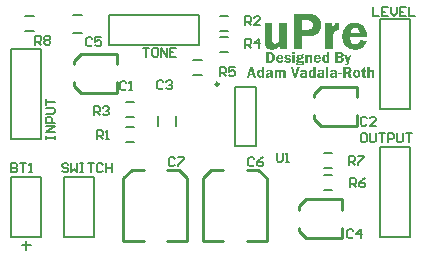
<source format=gto>
%FSLAX25Y25*%
%MOIN*%
G70*
G01*
G75*
G04 Layer_Color=65535*
%ADD10R,0.05512X0.11811*%
%ADD11R,0.09449X0.03937*%
%ADD12R,0.04331X0.06693*%
%ADD13R,0.03937X0.05906*%
%ADD14O,0.08661X0.02362*%
%ADD15R,0.06693X0.04331*%
%ADD16C,0.01500*%
%ADD17C,0.03000*%
%ADD18C,0.01000*%
%ADD19C,0.05906*%
%ADD20R,0.05906X0.05906*%
%ADD21R,0.05906X0.05906*%
%ADD22C,0.03000*%
%ADD23C,0.05000*%
%ADD24C,0.00984*%
%ADD25C,0.00787*%
%ADD26C,0.00800*%
%ADD27C,0.00500*%
%ADD28C,0.00591*%
G36*
X110474Y65500D02*
X109763D01*
Y65905D01*
X109757Y65900D01*
X109752Y65883D01*
X109735Y65861D01*
X109713Y65833D01*
X109685Y65800D01*
X109658Y65761D01*
X109619Y65716D01*
X109574Y65678D01*
X109469Y65589D01*
X109347Y65517D01*
X109275Y65489D01*
X109203Y65467D01*
X109125Y65450D01*
X109042Y65444D01*
X109003D01*
X108969Y65450D01*
X108936Y65456D01*
X108892Y65461D01*
X108792Y65489D01*
X108686Y65528D01*
X108625Y65561D01*
X108570Y65594D01*
X108514Y65633D01*
X108459Y65678D01*
X108409Y65733D01*
X108359Y65794D01*
Y65800D01*
X108348Y65811D01*
X108337Y65833D01*
X108320Y65861D01*
X108303Y65894D01*
X108281Y65939D01*
X108259Y65988D01*
X108237Y66049D01*
X108215Y66116D01*
X108192Y66188D01*
X108170Y66266D01*
X108153Y66355D01*
X108137Y66449D01*
X108126Y66549D01*
X108120Y66654D01*
X108115Y66771D01*
Y66777D01*
Y66799D01*
Y66832D01*
X108120Y66876D01*
Y66932D01*
X108126Y66998D01*
X108137Y67065D01*
X108148Y67143D01*
X108176Y67304D01*
X108220Y67476D01*
X108281Y67637D01*
X108320Y67714D01*
X108364Y67787D01*
X108370Y67792D01*
X108376Y67803D01*
X108392Y67820D01*
X108409Y67848D01*
X108437Y67875D01*
X108470Y67903D01*
X108503Y67936D01*
X108548Y67975D01*
X108653Y68042D01*
X108775Y68103D01*
X108842Y68125D01*
X108920Y68142D01*
X109003Y68153D01*
X109086Y68159D01*
X109125D01*
X109152Y68153D01*
X109191Y68147D01*
X109230Y68142D01*
X109325Y68120D01*
X109424Y68075D01*
X109480Y68053D01*
X109536Y68020D01*
X109585Y67981D01*
X109635Y67936D01*
X109685Y67887D01*
X109730Y67826D01*
Y69024D01*
X110474D01*
Y65500D01*
D02*
G37*
G36*
X102137Y68541D02*
X102215Y68530D01*
Y68042D01*
X102209D01*
X102193Y68047D01*
X102171Y68053D01*
X102143Y68059D01*
X102076Y68064D01*
X102010Y68070D01*
X101999D01*
X101971Y68064D01*
X101926Y68059D01*
X101876Y68042D01*
X101821Y68014D01*
X101771Y67975D01*
X101732Y67920D01*
X101710Y67842D01*
X101721Y67831D01*
X101743Y67803D01*
X101777Y67759D01*
X101815Y67698D01*
X101854Y67626D01*
X101888Y67542D01*
X101910Y67448D01*
X101921Y67348D01*
Y67343D01*
Y67331D01*
Y67315D01*
X101915Y67287D01*
X101910Y67254D01*
X101904Y67220D01*
X101882Y67137D01*
X101843Y67043D01*
X101788Y66943D01*
X101754Y66893D01*
X101716Y66849D01*
X101666Y66804D01*
X101610Y66760D01*
X101604D01*
X101593Y66749D01*
X101577Y66738D01*
X101555Y66726D01*
X101521Y66710D01*
X101482Y66693D01*
X101438Y66671D01*
X101383Y66654D01*
X101321Y66632D01*
X101255Y66610D01*
X101183Y66593D01*
X101105Y66577D01*
X101016Y66566D01*
X100927Y66554D01*
X100828Y66543D01*
X100644D01*
X100594Y66549D01*
X100533Y66554D01*
X100467Y66560D01*
X100317Y66582D01*
X100311Y66577D01*
X100295Y66571D01*
X100278Y66549D01*
X100256Y66527D01*
X100228Y66499D01*
X100212Y66466D01*
X100195Y66427D01*
X100189Y66382D01*
Y66377D01*
Y66360D01*
X100195Y66338D01*
X100200Y66310D01*
X100217Y66283D01*
X100234Y66249D01*
X100261Y66227D01*
X100295Y66205D01*
X100300D01*
X100317Y66199D01*
X100350Y66188D01*
X100406Y66183D01*
X100439Y66177D01*
X100478Y66172D01*
X100517Y66166D01*
X100567Y66161D01*
X100622Y66155D01*
X100689Y66149D01*
X100755D01*
X100833Y66144D01*
X100861D01*
X100889Y66138D01*
X100933D01*
X100977Y66133D01*
X101033D01*
X101161Y66122D01*
X101299Y66110D01*
X101433Y66099D01*
X101499Y66088D01*
X101560Y66083D01*
X101616Y66077D01*
X101660Y66066D01*
X101671D01*
X101699Y66055D01*
X101738Y66044D01*
X101793Y66022D01*
X101854Y65994D01*
X101915Y65961D01*
X101982Y65911D01*
X102043Y65855D01*
X102049Y65850D01*
X102065Y65827D01*
X102093Y65789D01*
X102121Y65739D01*
X102148Y65683D01*
X102176Y65611D01*
X102193Y65528D01*
X102198Y65439D01*
Y65433D01*
Y65422D01*
Y65406D01*
X102193Y65378D01*
X102187Y65350D01*
X102182Y65311D01*
X102160Y65228D01*
X102115Y65134D01*
X102093Y65084D01*
X102060Y65034D01*
X102021Y64984D01*
X101976Y64934D01*
X101926Y64884D01*
X101865Y64834D01*
X101860D01*
X101849Y64823D01*
X101827Y64812D01*
X101799Y64795D01*
X101760Y64779D01*
X101716Y64756D01*
X101660Y64734D01*
X101593Y64712D01*
X101516Y64684D01*
X101433Y64662D01*
X101338Y64640D01*
X101227Y64623D01*
X101111Y64606D01*
X100983Y64595D01*
X100839Y64590D01*
X100689Y64584D01*
X100617D01*
X100561Y64590D01*
X100495D01*
X100422Y64595D01*
X100345Y64601D01*
X100256Y64606D01*
X100078Y64629D01*
X99901Y64656D01*
X99817Y64679D01*
X99745Y64701D01*
X99673Y64728D01*
X99618Y64756D01*
X99612D01*
X99607Y64762D01*
X99573Y64790D01*
X99534Y64823D01*
X99484Y64878D01*
X99435Y64939D01*
X99390Y65012D01*
X99357Y65100D01*
X99351Y65145D01*
X99346Y65195D01*
Y65200D01*
Y65211D01*
X99351Y65228D01*
Y65250D01*
X99368Y65306D01*
X99401Y65378D01*
X99423Y65417D01*
X99457Y65456D01*
X99490Y65494D01*
X99534Y65533D01*
X99584Y65567D01*
X99645Y65600D01*
X99712Y65628D01*
X99790Y65655D01*
X99784D01*
X99773Y65661D01*
X99762Y65672D01*
X99740Y65689D01*
X99684Y65722D01*
X99629Y65777D01*
X99568Y65844D01*
X99512Y65922D01*
X99490Y65966D01*
X99479Y66016D01*
X99468Y66066D01*
X99462Y66122D01*
Y66127D01*
Y66138D01*
X99468Y66155D01*
X99473Y66183D01*
X99479Y66216D01*
X99490Y66249D01*
X99507Y66288D01*
X99529Y66333D01*
X99557Y66382D01*
X99590Y66427D01*
X99634Y66477D01*
X99684Y66527D01*
X99740Y66571D01*
X99812Y66621D01*
X99890Y66666D01*
X99984Y66704D01*
X99978D01*
X99962Y66715D01*
X99940Y66726D01*
X99912Y66743D01*
X99840Y66788D01*
X99756Y66854D01*
X99668Y66943D01*
X99629Y66993D01*
X99595Y67054D01*
X99568Y67115D01*
X99546Y67187D01*
X99529Y67259D01*
X99523Y67343D01*
Y67348D01*
Y67359D01*
Y67376D01*
X99529Y67404D01*
X99534Y67431D01*
X99540Y67470D01*
X99562Y67554D01*
X99601Y67642D01*
X99629Y67692D01*
X99656Y67742D01*
X99695Y67792D01*
X99734Y67842D01*
X99784Y67887D01*
X99840Y67931D01*
X99845D01*
X99856Y67942D01*
X99873Y67953D01*
X99901Y67964D01*
X99928Y67986D01*
X99967Y68003D01*
X100017Y68025D01*
X100067Y68047D01*
X100128Y68064D01*
X100195Y68086D01*
X100267Y68108D01*
X100345Y68125D01*
X100428Y68136D01*
X100517Y68147D01*
X100617Y68159D01*
X100778D01*
X100811Y68153D01*
X100850D01*
X100938Y68142D01*
X101044Y68131D01*
X101161Y68108D01*
X101283Y68081D01*
X101410Y68042D01*
Y68053D01*
X101416Y68081D01*
X101421Y68120D01*
X101433Y68170D01*
X101449Y68231D01*
X101471Y68292D01*
X101505Y68353D01*
X101538Y68408D01*
X101543Y68414D01*
X101560Y68430D01*
X101588Y68453D01*
X101632Y68480D01*
X101693Y68508D01*
X101777Y68530D01*
X101871Y68547D01*
X101932Y68553D01*
X102065D01*
X102137Y68541D01*
D02*
G37*
G36*
X96721Y68153D02*
X96759Y68147D01*
X96854Y68136D01*
X96959Y68120D01*
X97070Y68086D01*
X97176Y68047D01*
X97276Y67992D01*
X97281D01*
X97287Y67986D01*
X97314Y67959D01*
X97364Y67920D01*
X97420Y67864D01*
X97481Y67792D01*
X97542Y67703D01*
X97603Y67598D01*
X97658Y67470D01*
X97098Y67326D01*
Y67331D01*
X97092Y67343D01*
X97087Y67359D01*
X97076Y67381D01*
X97042Y67437D01*
X96998Y67503D01*
X96931Y67570D01*
X96887Y67598D01*
X96843Y67626D01*
X96787Y67648D01*
X96726Y67664D01*
X96659Y67676D01*
X96587Y67681D01*
X96554D01*
X96526Y67676D01*
X96465Y67670D01*
X96399Y67653D01*
X96327Y67626D01*
X96265Y67581D01*
X96238Y67554D01*
X96221Y67520D01*
X96210Y67487D01*
X96204Y67443D01*
Y67437D01*
Y67426D01*
X96210Y67409D01*
X96215Y67387D01*
X96232Y67337D01*
X96249Y67315D01*
X96271Y67293D01*
X96276D01*
X96288Y67282D01*
X96310Y67270D01*
X96343Y67259D01*
X96393Y67243D01*
X96460Y67232D01*
X96543Y67215D01*
X96643Y67198D01*
X96665D01*
X96687Y67193D01*
X96715Y67187D01*
X96754Y67182D01*
X96793Y67176D01*
X96893Y67159D01*
X96998Y67137D01*
X97109Y67115D01*
X97209Y67087D01*
X97298Y67060D01*
X97309Y67054D01*
X97331Y67043D01*
X97376Y67026D01*
X97420Y66998D01*
X97475Y66965D01*
X97536Y66921D01*
X97592Y66865D01*
X97642Y66804D01*
X97647Y66799D01*
X97664Y66771D01*
X97681Y66732D01*
X97708Y66677D01*
X97731Y66615D01*
X97747Y66538D01*
X97764Y66449D01*
X97769Y66349D01*
Y66344D01*
Y66333D01*
Y66310D01*
X97764Y66283D01*
X97758Y66249D01*
X97753Y66210D01*
X97731Y66116D01*
X97692Y66016D01*
X97636Y65905D01*
X97603Y65850D01*
X97564Y65794D01*
X97514Y65744D01*
X97459Y65694D01*
X97453D01*
X97442Y65683D01*
X97425Y65672D01*
X97403Y65655D01*
X97370Y65639D01*
X97331Y65617D01*
X97287Y65594D01*
X97237Y65572D01*
X97181Y65544D01*
X97120Y65522D01*
X97048Y65500D01*
X96970Y65483D01*
X96893Y65467D01*
X96804Y65456D01*
X96710Y65450D01*
X96610Y65444D01*
X96565D01*
X96515Y65450D01*
X96449Y65456D01*
X96371Y65467D01*
X96282Y65483D01*
X96188Y65511D01*
X96088Y65539D01*
X95982Y65583D01*
X95882Y65633D01*
X95783Y65694D01*
X95688Y65766D01*
X95600Y65855D01*
X95527Y65955D01*
X95466Y66077D01*
X95422Y66210D01*
X96066Y66310D01*
Y66305D01*
X96071Y66294D01*
X96077Y66277D01*
X96088Y66255D01*
X96116Y66199D01*
X96138Y66166D01*
X96166Y66138D01*
X96199Y66105D01*
X96243Y66072D01*
X96288Y66044D01*
X96343Y66016D01*
X96404Y65994D01*
X96476Y65977D01*
X96554Y65966D01*
X96643Y65961D01*
X96676D01*
X96710Y65966D01*
X96754Y65972D01*
X96804Y65977D01*
X96859Y65988D01*
X96915Y66005D01*
X96965Y66027D01*
X96970Y66033D01*
X96987Y66038D01*
X97009Y66055D01*
X97031Y66077D01*
X97053Y66099D01*
X97076Y66133D01*
X97092Y66172D01*
X97098Y66210D01*
Y66216D01*
X97092Y66238D01*
X97081Y66266D01*
X97059Y66305D01*
X97026Y66338D01*
X96970Y66377D01*
X96937Y66388D01*
X96898Y66405D01*
X96854Y66416D01*
X96804Y66421D01*
X96793D01*
X96771Y66427D01*
X96732Y66432D01*
X96676Y66438D01*
X96615Y66449D01*
X96543Y66466D01*
X96465Y66477D01*
X96376Y66499D01*
X96204Y66538D01*
X96032Y66593D01*
X95955Y66621D01*
X95882Y66654D01*
X95821Y66688D01*
X95766Y66726D01*
X95755Y66738D01*
X95727Y66765D01*
X95688Y66810D01*
X95644Y66876D01*
X95600Y66954D01*
X95561Y67054D01*
X95533Y67171D01*
X95527Y67232D01*
X95522Y67298D01*
Y67304D01*
Y67315D01*
Y67337D01*
X95527Y67359D01*
X95533Y67393D01*
X95538Y67431D01*
X95561Y67515D01*
X95594Y67615D01*
X95644Y67714D01*
X95677Y67764D01*
X95716Y67820D01*
X95760Y67870D01*
X95810Y67914D01*
X95816Y67920D01*
X95821Y67925D01*
X95838Y67936D01*
X95866Y67953D01*
X95894Y67970D01*
X95927Y67992D01*
X95971Y68014D01*
X96021Y68036D01*
X96071Y68059D01*
X96132Y68081D01*
X96199Y68103D01*
X96271Y68120D01*
X96349Y68136D01*
X96432Y68147D01*
X96521Y68159D01*
X96682D01*
X96721Y68153D01*
D02*
G37*
G36*
X104030D02*
X104063D01*
X104096Y68147D01*
X104185Y68131D01*
X104280Y68108D01*
X104379Y68070D01*
X104479Y68020D01*
X104568Y67953D01*
X104579Y67942D01*
X104590Y67931D01*
X104602Y67914D01*
X104624Y67887D01*
X104640Y67859D01*
X104663Y67826D01*
X104685Y67781D01*
X104701Y67731D01*
X104724Y67676D01*
X104746Y67609D01*
X104762Y67537D01*
X104774Y67459D01*
X104785Y67370D01*
X104796Y67276D01*
Y67171D01*
Y65500D01*
X104024D01*
Y66960D01*
Y66965D01*
Y66971D01*
Y67004D01*
Y67049D01*
Y67104D01*
X104019Y67165D01*
X104013Y67226D01*
X104008Y67276D01*
X104002Y67320D01*
Y67326D01*
X103997Y67337D01*
X103991Y67354D01*
X103980Y67381D01*
X103952Y67431D01*
X103902Y67487D01*
X103897Y67492D01*
X103891Y67498D01*
X103869Y67509D01*
X103847Y67526D01*
X103819Y67537D01*
X103786Y67548D01*
X103747Y67554D01*
X103702Y67559D01*
X103686D01*
X103664Y67554D01*
X103641Y67548D01*
X103575Y67526D01*
X103542Y67509D01*
X103503Y67487D01*
X103464Y67454D01*
X103430Y67415D01*
X103397Y67365D01*
X103364Y67304D01*
X103342Y67237D01*
X103320Y67159D01*
X103308Y67065D01*
X103303Y66960D01*
Y65500D01*
X102531D01*
Y68108D01*
X103247D01*
Y67670D01*
X103253Y67676D01*
X103264Y67692D01*
X103281Y67714D01*
X103314Y67770D01*
X103358Y67831D01*
X103408Y67898D01*
X103469Y67964D01*
X103530Y68020D01*
X103597Y68064D01*
X103603Y68070D01*
X103625Y68081D01*
X103664Y68092D01*
X103708Y68114D01*
X103763Y68131D01*
X103824Y68142D01*
X103897Y68153D01*
X103969Y68159D01*
X104002D01*
X104030Y68153D01*
D02*
G37*
G36*
X98979Y68319D02*
X98208D01*
Y69091D01*
X98979D01*
Y68319D01*
D02*
G37*
G36*
X86186Y60500D02*
X85298D01*
X85081Y61227D01*
X83943D01*
X83722Y60500D01*
X83000D01*
X84121Y64024D01*
X85081D01*
X86186Y60500D01*
D02*
G37*
G36*
X90615Y63153D02*
X90681D01*
X90759Y63142D01*
X90842Y63131D01*
X90931Y63114D01*
X91020Y63092D01*
X91031D01*
X91059Y63081D01*
X91103Y63064D01*
X91153Y63047D01*
X91214Y63020D01*
X91275Y62986D01*
X91331Y62953D01*
X91386Y62909D01*
X91392Y62903D01*
X91408Y62887D01*
X91430Y62864D01*
X91458Y62831D01*
X91486Y62792D01*
X91519Y62748D01*
X91541Y62698D01*
X91564Y62648D01*
Y62642D01*
X91569Y62620D01*
X91580Y62587D01*
X91591Y62537D01*
X91597Y62470D01*
X91608Y62387D01*
X91614Y62287D01*
Y62165D01*
Y60983D01*
Y60977D01*
Y60966D01*
Y60949D01*
Y60927D01*
Y60866D01*
X91619Y60794D01*
X91625Y60716D01*
X91630Y60639D01*
X91641Y60561D01*
X91658Y60500D01*
X90914D01*
Y60506D01*
X90909Y60528D01*
X90903Y60561D01*
X90898Y60605D01*
X90886Y60661D01*
X90881Y60733D01*
X90876Y60811D01*
Y60894D01*
X90864Y60888D01*
X90842Y60855D01*
X90803Y60805D01*
X90753Y60750D01*
X90692Y60689D01*
X90626Y60628D01*
X90553Y60572D01*
X90481Y60533D01*
X90470Y60528D01*
X90448Y60522D01*
X90409Y60506D01*
X90354Y60489D01*
X90287Y60472D01*
X90215Y60461D01*
X90132Y60450D01*
X90043Y60444D01*
X90010D01*
X89982Y60450D01*
X89949D01*
X89915Y60456D01*
X89832Y60467D01*
X89738Y60494D01*
X89638Y60528D01*
X89538Y60572D01*
X89449Y60639D01*
X89438Y60650D01*
X89416Y60678D01*
X89377Y60722D01*
X89338Y60783D01*
X89299Y60855D01*
X89260Y60949D01*
X89238Y61055D01*
X89227Y61172D01*
Y61177D01*
Y61183D01*
Y61216D01*
X89233Y61260D01*
X89244Y61321D01*
X89260Y61394D01*
X89283Y61471D01*
X89310Y61549D01*
X89355Y61627D01*
X89360Y61638D01*
X89382Y61660D01*
X89410Y61699D01*
X89460Y61743D01*
X89516Y61793D01*
X89588Y61849D01*
X89677Y61904D01*
X89776Y61949D01*
X89782D01*
X89793Y61954D01*
X89810Y61960D01*
X89832Y61965D01*
X89871Y61976D01*
X89910Y61987D01*
X89960Y61998D01*
X90021Y62015D01*
X90087Y62026D01*
X90165Y62043D01*
X90254Y62060D01*
X90348Y62071D01*
X90459Y62087D01*
X90576Y62098D01*
X90703Y62115D01*
X90842Y62126D01*
Y62270D01*
Y62276D01*
Y62287D01*
Y62304D01*
X90837Y62331D01*
X90820Y62393D01*
X90792Y62465D01*
X90776Y62498D01*
X90748Y62531D01*
X90720Y62565D01*
X90681Y62592D01*
X90637Y62620D01*
X90587Y62637D01*
X90526Y62648D01*
X90459Y62653D01*
X90420D01*
X90398Y62648D01*
X90332Y62631D01*
X90254Y62609D01*
X90176Y62559D01*
X90137Y62531D01*
X90104Y62492D01*
X90071Y62454D01*
X90048Y62398D01*
X90026Y62343D01*
X90015Y62276D01*
X89305Y62343D01*
Y62348D01*
X89310Y62365D01*
X89316Y62387D01*
X89322Y62415D01*
X89333Y62454D01*
X89344Y62492D01*
X89382Y62587D01*
X89438Y62692D01*
X89510Y62792D01*
X89555Y62842D01*
X89605Y62892D01*
X89660Y62931D01*
X89721Y62970D01*
X89727D01*
X89738Y62975D01*
X89754Y62986D01*
X89782Y62998D01*
X89815Y63014D01*
X89860Y63031D01*
X89904Y63047D01*
X89954Y63064D01*
X90071Y63097D01*
X90210Y63131D01*
X90359Y63153D01*
X90520Y63159D01*
X90565D01*
X90615Y63153D01*
D02*
G37*
G36*
X119713D02*
X119763Y63147D01*
X119819Y63136D01*
X119885Y63125D01*
X119952Y63108D01*
X120024Y63086D01*
X120102Y63064D01*
X120179Y63031D01*
X120257Y62992D01*
X120329Y62948D01*
X120407Y62892D01*
X120474Y62836D01*
X120540Y62764D01*
X120546Y62759D01*
X120557Y62748D01*
X120573Y62726D01*
X120596Y62692D01*
X120618Y62659D01*
X120646Y62609D01*
X120679Y62559D01*
X120712Y62498D01*
X120740Y62431D01*
X120773Y62359D01*
X120801Y62276D01*
X120829Y62193D01*
X120845Y62098D01*
X120862Y62004D01*
X120873Y61899D01*
X120879Y61793D01*
Y61788D01*
Y61765D01*
Y61738D01*
X120873Y61699D01*
X120868Y61649D01*
X120862Y61588D01*
X120851Y61527D01*
X120834Y61455D01*
X120796Y61299D01*
X120768Y61221D01*
X120729Y61138D01*
X120690Y61061D01*
X120646Y60977D01*
X120590Y60900D01*
X120529Y60827D01*
X120524Y60822D01*
X120512Y60811D01*
X120496Y60794D01*
X120468Y60766D01*
X120429Y60739D01*
X120390Y60705D01*
X120340Y60672D01*
X120285Y60639D01*
X120224Y60600D01*
X120152Y60567D01*
X120080Y60533D01*
X119996Y60506D01*
X119907Y60478D01*
X119813Y60461D01*
X119713Y60450D01*
X119608Y60444D01*
X119552D01*
X119513Y60450D01*
X119469Y60456D01*
X119414Y60467D01*
X119352Y60478D01*
X119291Y60494D01*
X119147Y60539D01*
X119075Y60567D01*
X118997Y60605D01*
X118925Y60650D01*
X118853Y60700D01*
X118786Y60755D01*
X118720Y60822D01*
X118714Y60827D01*
X118703Y60839D01*
X118686Y60861D01*
X118670Y60894D01*
X118642Y60927D01*
X118614Y60977D01*
X118587Y61027D01*
X118553Y61088D01*
X118520Y61155D01*
X118492Y61233D01*
X118465Y61310D01*
X118437Y61399D01*
X118420Y61493D01*
X118403Y61588D01*
X118392Y61693D01*
X118387Y61804D01*
Y61810D01*
Y61821D01*
Y61843D01*
Y61876D01*
X118392Y61910D01*
Y61954D01*
X118403Y62049D01*
X118426Y62160D01*
X118448Y62276D01*
X118487Y62398D01*
X118537Y62509D01*
Y62515D01*
X118542Y62520D01*
X118553Y62537D01*
X118564Y62559D01*
X118598Y62609D01*
X118642Y62676D01*
X118703Y62748D01*
X118775Y62826D01*
X118853Y62903D01*
X118947Y62975D01*
X118953D01*
X118958Y62981D01*
X118975Y62992D01*
X118997Y63003D01*
X119053Y63031D01*
X119131Y63070D01*
X119225Y63103D01*
X119341Y63131D01*
X119469Y63153D01*
X119613Y63159D01*
X119669D01*
X119713Y63153D01*
D02*
G37*
G36*
X122233Y63108D02*
X122793D01*
Y62509D01*
X122233D01*
Y61405D01*
Y61394D01*
Y61371D01*
X122239Y61338D01*
Y61294D01*
X122261Y61199D01*
X122272Y61160D01*
X122294Y61127D01*
X122300D01*
X122305Y61116D01*
X122327Y61105D01*
X122355Y61094D01*
X122394Y61083D01*
X122444Y61072D01*
X122505Y61066D01*
X122583Y61061D01*
X122732D01*
X122827Y61066D01*
Y60500D01*
X122810D01*
X122793Y60494D01*
X122771Y60489D01*
X122710Y60483D01*
X122638Y60472D01*
X122560Y60461D01*
X122483Y60456D01*
X122405Y60444D01*
X122300D01*
X122266Y60450D01*
X122227D01*
X122183Y60456D01*
X122078Y60467D01*
X121967Y60489D01*
X121850Y60522D01*
X121750Y60567D01*
X121700Y60594D01*
X121661Y60628D01*
X121650Y60639D01*
X121628Y60667D01*
X121600Y60711D01*
X121578Y60744D01*
X121561Y60777D01*
X121545Y60822D01*
X121523Y60872D01*
X121506Y60927D01*
X121495Y60988D01*
X121478Y61055D01*
X121473Y61127D01*
X121461Y61205D01*
Y61294D01*
Y62509D01*
X121051D01*
Y63108D01*
X121506D01*
X121567Y63874D01*
X122233Y63930D01*
Y63108D01*
D02*
G37*
G36*
X117067Y65605D02*
Y65600D01*
X117061Y65589D01*
X117056Y65567D01*
X117045Y65539D01*
X117034Y65506D01*
X117017Y65467D01*
X116989Y65372D01*
X116950Y65278D01*
X116911Y65178D01*
X116873Y65084D01*
X116834Y65006D01*
X116828Y65000D01*
X116817Y64973D01*
X116795Y64939D01*
X116762Y64901D01*
X116723Y64851D01*
X116678Y64801D01*
X116623Y64751D01*
X116556Y64706D01*
X116551Y64701D01*
X116523Y64690D01*
X116484Y64667D01*
X116423Y64651D01*
X116351Y64629D01*
X116268Y64606D01*
X116168Y64595D01*
X116051Y64590D01*
X115990D01*
X115946Y64595D01*
X115890D01*
X115829Y64606D01*
X115757Y64612D01*
X115685Y64623D01*
Y65211D01*
X115696D01*
X115718Y65206D01*
X115757Y65200D01*
X115807Y65195D01*
X115863Y65189D01*
X115924Y65184D01*
X116057Y65178D01*
X116096D01*
X116134Y65184D01*
X116179Y65189D01*
X116229Y65200D01*
X116284Y65217D01*
X116329Y65239D01*
X116362Y65267D01*
X116368Y65272D01*
X116373Y65284D01*
X116390Y65300D01*
X116406Y65328D01*
X116423Y65361D01*
X116445Y65400D01*
X116462Y65444D01*
X116479Y65500D01*
X115535Y68108D01*
X116345D01*
X116845Y66554D01*
X117328Y68108D01*
X117888D01*
X117067Y65605D01*
D02*
G37*
G36*
X96441Y70000D02*
X94053D01*
Y71444D01*
X94016Y71388D01*
X93979Y71314D01*
X93924Y71203D01*
X93831Y71074D01*
X93739Y70944D01*
X93609Y70796D01*
X93479Y70648D01*
X93313Y70481D01*
X93128Y70333D01*
X92906Y70204D01*
X92684Y70074D01*
X92424Y69963D01*
X92128Y69889D01*
X91813Y69833D01*
X91480Y69815D01*
X91314D01*
X91147Y69833D01*
X90925Y69852D01*
X90684Y69907D01*
X90425Y69963D01*
X90185Y70056D01*
X89963Y70167D01*
X89944Y70185D01*
X89870Y70241D01*
X89796Y70315D01*
X89685Y70426D01*
X89555Y70574D01*
X89426Y70740D01*
X89315Y70944D01*
X89222Y71166D01*
Y71203D01*
X89185Y71296D01*
X89148Y71425D01*
X89111Y71647D01*
X89074Y71907D01*
X89037Y72221D01*
X89018Y72573D01*
X89000Y72999D01*
Y78700D01*
X91480D01*
Y72999D01*
Y72980D01*
Y72943D01*
Y72888D01*
X91499Y72813D01*
X91536Y72628D01*
X91610Y72425D01*
X91721Y72203D01*
X91888Y72018D01*
X91999Y71944D01*
X92128Y71888D01*
X92276Y71851D01*
X92443Y71833D01*
X92517D01*
X92610Y71851D01*
X92739Y71869D01*
X92869Y71907D01*
X92998Y71944D01*
X93146Y72018D01*
X93294Y72110D01*
X93313Y72129D01*
X93350Y72166D01*
X93424Y72221D01*
X93498Y72295D01*
X93646Y72480D01*
X93720Y72591D01*
X93757Y72702D01*
Y72721D01*
X93776Y72758D01*
X93794Y72851D01*
X93813Y72962D01*
X93831Y73110D01*
X93850Y73295D01*
X93868Y73517D01*
Y73795D01*
Y78700D01*
X96441D01*
Y70000D01*
D02*
G37*
G36*
X113692Y78866D02*
X113877Y78848D01*
Y76330D01*
X113748D01*
X113600Y76312D01*
X113433Y76293D01*
X113230Y76275D01*
X113026Y76219D01*
X112822Y76164D01*
X112637Y76071D01*
X112619Y76053D01*
X112563Y76016D01*
X112489Y75960D01*
X112397Y75868D01*
X112286Y75757D01*
X112156Y75608D01*
X112045Y75423D01*
X111934Y75201D01*
X111915Y75183D01*
X111897Y75090D01*
X111860Y74961D01*
X111804Y74757D01*
X111749Y74535D01*
X111712Y74239D01*
X111693Y73906D01*
X111675Y73535D01*
Y70000D01*
X109194D01*
Y78700D01*
X111545D01*
Y77089D01*
X111564Y77145D01*
X111601Y77237D01*
X111656Y77349D01*
X111712Y77497D01*
X111786Y77645D01*
X111971Y77978D01*
X112230Y78311D01*
X112378Y78459D01*
X112545Y78607D01*
X112730Y78718D01*
X112933Y78811D01*
X113155Y78866D01*
X113396Y78885D01*
X113526D01*
X113692Y78866D01*
D02*
G37*
G36*
X119319Y78848D02*
X119467Y78829D01*
X119634Y78811D01*
X119819Y78774D01*
X120041Y78718D01*
X120485Y78570D01*
X120726Y78478D01*
X120967Y78367D01*
X121207Y78237D01*
X121467Y78070D01*
X121707Y77885D01*
X121929Y77682D01*
X121948Y77663D01*
X121985Y77626D01*
X122040Y77552D01*
X122114Y77460D01*
X122207Y77330D01*
X122318Y77163D01*
X122411Y76978D01*
X122540Y76775D01*
X122651Y76516D01*
X122744Y76238D01*
X122855Y75923D01*
X122947Y75590D01*
X123021Y75220D01*
X123077Y74813D01*
X123114Y74368D01*
X123132Y73906D01*
X117524D01*
Y73887D01*
Y73869D01*
Y73757D01*
Y73628D01*
Y73498D01*
Y73480D01*
Y73461D01*
Y73350D01*
X117542Y73184D01*
X117579Y72980D01*
X117635Y72758D01*
X117727Y72517D01*
X117839Y72295D01*
X118005Y72092D01*
X118024Y72073D01*
X118098Y72018D01*
X118209Y71944D01*
X118338Y71869D01*
X118524Y71777D01*
X118709Y71703D01*
X118949Y71647D01*
X119190Y71629D01*
X119245D01*
X119319Y71647D01*
X119393D01*
X119615Y71703D01*
X119875Y71795D01*
X120004Y71869D01*
X120134Y71962D01*
X120263Y72073D01*
X120393Y72203D01*
X120504Y72369D01*
X120597Y72554D01*
X120689Y72758D01*
X120745Y72999D01*
X123077Y72813D01*
X123058Y72777D01*
X123021Y72684D01*
X122966Y72536D01*
X122873Y72351D01*
X122762Y72110D01*
X122614Y71869D01*
X122429Y71592D01*
X122207Y71314D01*
X121966Y71037D01*
X121670Y70759D01*
X121355Y70518D01*
X120985Y70278D01*
X120597Y70093D01*
X120134Y69945D01*
X119653Y69852D01*
X119116Y69815D01*
X118894D01*
X118783Y69833D01*
X118653Y69852D01*
X118357Y69889D01*
X118005Y69945D01*
X117635Y70037D01*
X117265Y70167D01*
X116895Y70333D01*
X116876D01*
X116858Y70352D01*
X116746Y70426D01*
X116580Y70555D01*
X116376Y70722D01*
X116136Y70925D01*
X115876Y71185D01*
X115636Y71499D01*
X115395Y71851D01*
Y71869D01*
X115377Y71888D01*
X115340Y71962D01*
X115303Y72036D01*
X115266Y72129D01*
X115210Y72240D01*
X115118Y72517D01*
X115006Y72869D01*
X114914Y73276D01*
X114840Y73739D01*
X114822Y74239D01*
Y74257D01*
Y74331D01*
Y74442D01*
X114840Y74590D01*
X114858Y74757D01*
X114877Y74961D01*
X114914Y75183D01*
X114970Y75442D01*
X115099Y75960D01*
X115210Y76238D01*
X115321Y76534D01*
X115451Y76812D01*
X115599Y77071D01*
X115784Y77349D01*
X115988Y77589D01*
X116006Y77608D01*
X116043Y77645D01*
X116117Y77700D01*
X116210Y77793D01*
X116321Y77885D01*
X116469Y77996D01*
X116635Y78107D01*
X116821Y78237D01*
X117024Y78348D01*
X117246Y78459D01*
X117505Y78570D01*
X117783Y78663D01*
X118061Y78755D01*
X118375Y78811D01*
X118709Y78848D01*
X119042Y78866D01*
X119208D01*
X119319Y78848D01*
D02*
G37*
G36*
X103678Y81735D02*
X103826D01*
X104178Y81717D01*
X104548Y81680D01*
X104937Y81606D01*
X105326Y81532D01*
X105659Y81421D01*
X105677D01*
X105696Y81402D01*
X105807Y81365D01*
X105955Y81273D01*
X106159Y81143D01*
X106381Y80976D01*
X106640Y80773D01*
X106899Y80532D01*
X107140Y80236D01*
Y80217D01*
X107177Y80199D01*
X107195Y80143D01*
X107251Y80088D01*
X107343Y79903D01*
X107473Y79662D01*
X107584Y79348D01*
X107695Y78996D01*
X107769Y78589D01*
X107788Y78144D01*
Y78126D01*
Y78107D01*
Y77996D01*
X107769Y77830D01*
X107751Y77608D01*
X107695Y77349D01*
X107640Y77052D01*
X107547Y76756D01*
X107436Y76442D01*
X107418Y76405D01*
X107380Y76312D01*
X107288Y76145D01*
X107177Y75960D01*
X107047Y75757D01*
X106881Y75534D01*
X106677Y75331D01*
X106455Y75127D01*
X106436Y75109D01*
X106344Y75053D01*
X106233Y74979D01*
X106085Y74887D01*
X105900Y74776D01*
X105696Y74683D01*
X105474Y74590D01*
X105252Y74516D01*
X105233D01*
X105141Y74498D01*
X104993Y74479D01*
X104807Y74442D01*
X104548Y74424D01*
X104215Y74387D01*
X103845Y74368D01*
X101476D01*
Y70000D01*
X98681D01*
Y81754D01*
X103549D01*
X103678Y81735D01*
D02*
G37*
G36*
X94084Y68153D02*
X94129Y68147D01*
X94179Y68142D01*
X94234Y68131D01*
X94301Y68114D01*
X94434Y68070D01*
X94506Y68042D01*
X94578Y68009D01*
X94650Y67970D01*
X94728Y67920D01*
X94800Y67864D01*
X94867Y67803D01*
X94872Y67798D01*
X94884Y67787D01*
X94900Y67764D01*
X94922Y67737D01*
X94950Y67698D01*
X94983Y67648D01*
X95011Y67592D01*
X95050Y67531D01*
X95083Y67454D01*
X95111Y67370D01*
X95144Y67276D01*
X95172Y67176D01*
X95194Y67065D01*
X95211Y66943D01*
X95222Y66810D01*
X95228Y66671D01*
X93546D01*
Y66666D01*
Y66660D01*
Y66627D01*
Y66588D01*
Y66549D01*
Y66543D01*
Y66538D01*
Y66505D01*
X93551Y66455D01*
X93563Y66394D01*
X93579Y66327D01*
X93607Y66255D01*
X93640Y66188D01*
X93690Y66127D01*
X93696Y66122D01*
X93718Y66105D01*
X93751Y66083D01*
X93790Y66061D01*
X93846Y66033D01*
X93901Y66011D01*
X93973Y65994D01*
X94046Y65988D01*
X94062D01*
X94084Y65994D01*
X94107D01*
X94173Y66011D01*
X94251Y66038D01*
X94290Y66061D01*
X94328Y66088D01*
X94367Y66122D01*
X94406Y66161D01*
X94440Y66210D01*
X94467Y66266D01*
X94495Y66327D01*
X94512Y66399D01*
X95211Y66344D01*
X95205Y66333D01*
X95194Y66305D01*
X95178Y66260D01*
X95150Y66205D01*
X95117Y66133D01*
X95072Y66061D01*
X95017Y65977D01*
X94950Y65894D01*
X94878Y65811D01*
X94789Y65728D01*
X94695Y65655D01*
X94584Y65583D01*
X94467Y65528D01*
X94328Y65483D01*
X94184Y65456D01*
X94023Y65444D01*
X93957D01*
X93923Y65450D01*
X93884Y65456D01*
X93796Y65467D01*
X93690Y65483D01*
X93579Y65511D01*
X93468Y65550D01*
X93357Y65600D01*
X93352D01*
X93346Y65605D01*
X93313Y65628D01*
X93263Y65667D01*
X93202Y65716D01*
X93130Y65777D01*
X93052Y65855D01*
X92980Y65949D01*
X92908Y66055D01*
Y66061D01*
X92902Y66066D01*
X92891Y66088D01*
X92880Y66110D01*
X92869Y66138D01*
X92852Y66172D01*
X92825Y66255D01*
X92791Y66360D01*
X92763Y66482D01*
X92741Y66621D01*
X92736Y66771D01*
Y66777D01*
Y66799D01*
Y66832D01*
X92741Y66876D01*
X92747Y66926D01*
X92752Y66987D01*
X92763Y67054D01*
X92780Y67132D01*
X92819Y67287D01*
X92852Y67370D01*
X92886Y67459D01*
X92924Y67542D01*
X92969Y67620D01*
X93024Y67703D01*
X93085Y67775D01*
X93091Y67781D01*
X93102Y67792D01*
X93124Y67809D01*
X93152Y67836D01*
X93185Y67864D01*
X93230Y67898D01*
X93279Y67931D01*
X93335Y67970D01*
X93396Y68003D01*
X93463Y68036D01*
X93540Y68070D01*
X93624Y68097D01*
X93707Y68125D01*
X93801Y68142D01*
X93901Y68153D01*
X94001Y68159D01*
X94051D01*
X94084Y68153D01*
D02*
G37*
G36*
X98979Y65500D02*
X98208D01*
Y68108D01*
X98979D01*
Y65500D01*
D02*
G37*
G36*
X114209Y69019D02*
X114248D01*
X114347Y69013D01*
X114453Y68997D01*
X114564Y68980D01*
X114669Y68952D01*
X114764Y68913D01*
X114775Y68908D01*
X114802Y68891D01*
X114841Y68869D01*
X114891Y68836D01*
X114952Y68791D01*
X115013Y68736D01*
X115074Y68675D01*
X115130Y68602D01*
X115135Y68591D01*
X115152Y68569D01*
X115174Y68525D01*
X115202Y68469D01*
X115230Y68397D01*
X115252Y68314D01*
X115269Y68220D01*
X115274Y68114D01*
Y68108D01*
Y68086D01*
X115269Y68059D01*
X115263Y68020D01*
X115258Y67970D01*
X115241Y67920D01*
X115219Y67859D01*
X115197Y67798D01*
X115163Y67731D01*
X115119Y67664D01*
X115069Y67598D01*
X115008Y67537D01*
X114936Y67476D01*
X114852Y67420D01*
X114752Y67370D01*
X114641Y67331D01*
X114647D01*
X114658Y67326D01*
X114675Y67320D01*
X114702Y67315D01*
X114769Y67293D01*
X114847Y67259D01*
X114936Y67215D01*
X115030Y67159D01*
X115113Y67087D01*
X115191Y67004D01*
X115197Y66993D01*
X115219Y66960D01*
X115246Y66910D01*
X115285Y66849D01*
X115319Y66765D01*
X115346Y66677D01*
X115369Y66577D01*
X115374Y66471D01*
Y66466D01*
Y66455D01*
Y66432D01*
X115369Y66405D01*
X115363Y66371D01*
X115357Y66333D01*
X115335Y66238D01*
X115302Y66127D01*
X115246Y66011D01*
X115213Y65955D01*
X115174Y65894D01*
X115130Y65838D01*
X115074Y65783D01*
X115069Y65777D01*
X115058Y65772D01*
X115041Y65755D01*
X115019Y65739D01*
X114986Y65716D01*
X114947Y65694D01*
X114897Y65667D01*
X114841Y65644D01*
X114775Y65617D01*
X114708Y65589D01*
X114625Y65567D01*
X114536Y65544D01*
X114442Y65528D01*
X114336Y65511D01*
X114225Y65506D01*
X114103Y65500D01*
X112466D01*
Y69024D01*
X114170D01*
X114209Y69019D01*
D02*
G37*
G36*
X106627Y68153D02*
X106672Y68147D01*
X106722Y68142D01*
X106777Y68131D01*
X106844Y68114D01*
X106977Y68070D01*
X107049Y68042D01*
X107121Y68009D01*
X107193Y67970D01*
X107271Y67920D01*
X107343Y67864D01*
X107410Y67803D01*
X107415Y67798D01*
X107427Y67787D01*
X107443Y67764D01*
X107465Y67737D01*
X107493Y67698D01*
X107526Y67648D01*
X107554Y67592D01*
X107593Y67531D01*
X107626Y67454D01*
X107654Y67370D01*
X107687Y67276D01*
X107715Y67176D01*
X107737Y67065D01*
X107754Y66943D01*
X107765Y66810D01*
X107771Y66671D01*
X106089D01*
Y66666D01*
Y66660D01*
Y66627D01*
Y66588D01*
Y66549D01*
Y66543D01*
Y66538D01*
Y66505D01*
X106095Y66455D01*
X106106Y66394D01*
X106122Y66327D01*
X106150Y66255D01*
X106183Y66188D01*
X106233Y66127D01*
X106239Y66122D01*
X106261Y66105D01*
X106294Y66083D01*
X106333Y66061D01*
X106389Y66033D01*
X106444Y66011D01*
X106516Y65994D01*
X106588Y65988D01*
X106605D01*
X106627Y65994D01*
X106649D01*
X106716Y66011D01*
X106794Y66038D01*
X106833Y66061D01*
X106871Y66088D01*
X106910Y66122D01*
X106949Y66161D01*
X106983Y66210D01*
X107010Y66266D01*
X107038Y66327D01*
X107055Y66399D01*
X107754Y66344D01*
X107748Y66333D01*
X107737Y66305D01*
X107721Y66260D01*
X107693Y66205D01*
X107660Y66133D01*
X107615Y66061D01*
X107560Y65977D01*
X107493Y65894D01*
X107421Y65811D01*
X107332Y65728D01*
X107238Y65655D01*
X107127Y65583D01*
X107010Y65528D01*
X106871Y65483D01*
X106727Y65456D01*
X106566Y65444D01*
X106500D01*
X106466Y65450D01*
X106428Y65456D01*
X106339Y65467D01*
X106233Y65483D01*
X106122Y65511D01*
X106011Y65550D01*
X105900Y65600D01*
X105895D01*
X105889Y65605D01*
X105856Y65628D01*
X105806Y65667D01*
X105745Y65716D01*
X105673Y65777D01*
X105595Y65855D01*
X105523Y65949D01*
X105451Y66055D01*
Y66061D01*
X105445Y66066D01*
X105434Y66088D01*
X105423Y66110D01*
X105412Y66138D01*
X105395Y66172D01*
X105368Y66255D01*
X105334Y66360D01*
X105306Y66482D01*
X105284Y66621D01*
X105279Y66771D01*
Y66777D01*
Y66799D01*
Y66832D01*
X105284Y66876D01*
X105290Y66926D01*
X105295Y66987D01*
X105306Y67054D01*
X105323Y67132D01*
X105362Y67287D01*
X105395Y67370D01*
X105429Y67459D01*
X105467Y67542D01*
X105512Y67620D01*
X105567Y67703D01*
X105628Y67775D01*
X105634Y67781D01*
X105645Y67792D01*
X105667Y67809D01*
X105695Y67836D01*
X105728Y67864D01*
X105773Y67898D01*
X105823Y67931D01*
X105878Y67970D01*
X105939Y68003D01*
X106006Y68036D01*
X106083Y68070D01*
X106167Y68097D01*
X106250Y68125D01*
X106344Y68142D01*
X106444Y68153D01*
X106544Y68159D01*
X106594D01*
X106627Y68153D01*
D02*
G37*
G36*
X90732Y69019D02*
X90799Y69013D01*
X90865Y69008D01*
X90943Y69002D01*
X91104Y68980D01*
X91265Y68947D01*
X91420Y68902D01*
X91487Y68874D01*
X91553Y68841D01*
X91559D01*
X91570Y68830D01*
X91587Y68824D01*
X91609Y68808D01*
X91670Y68763D01*
X91748Y68702D01*
X91837Y68619D01*
X91931Y68519D01*
X92031Y68403D01*
X92131Y68264D01*
X92136Y68258D01*
X92142Y68247D01*
X92153Y68225D01*
X92170Y68192D01*
X92192Y68153D01*
X92214Y68108D01*
X92236Y68053D01*
X92258Y67992D01*
X92281Y67925D01*
X92303Y67848D01*
X92325Y67764D01*
X92347Y67681D01*
X92364Y67587D01*
X92375Y67487D01*
X92386Y67381D01*
Y67270D01*
Y67259D01*
Y67237D01*
X92380Y67198D01*
Y67143D01*
X92375Y67076D01*
X92364Y67004D01*
X92347Y66921D01*
X92330Y66826D01*
X92308Y66732D01*
X92275Y66627D01*
X92242Y66521D01*
X92197Y66416D01*
X92147Y66310D01*
X92086Y66205D01*
X92014Y66105D01*
X91936Y66005D01*
X91931Y66000D01*
X91914Y65983D01*
X91892Y65961D01*
X91853Y65927D01*
X91809Y65889D01*
X91753Y65844D01*
X91692Y65800D01*
X91615Y65755D01*
X91531Y65705D01*
X91443Y65661D01*
X91343Y65617D01*
X91232Y65578D01*
X91115Y65544D01*
X90987Y65522D01*
X90854Y65506D01*
X90710Y65500D01*
X89500D01*
Y69024D01*
X90682D01*
X90732Y69019D01*
D02*
G37*
G36*
X102092Y63153D02*
X102159D01*
X102236Y63142D01*
X102320Y63131D01*
X102408Y63114D01*
X102497Y63092D01*
X102508D01*
X102536Y63081D01*
X102580Y63064D01*
X102630Y63047D01*
X102691Y63020D01*
X102752Y62986D01*
X102808Y62953D01*
X102863Y62909D01*
X102869Y62903D01*
X102886Y62887D01*
X102908Y62864D01*
X102936Y62831D01*
X102963Y62792D01*
X102997Y62748D01*
X103019Y62698D01*
X103041Y62648D01*
Y62642D01*
X103047Y62620D01*
X103058Y62587D01*
X103069Y62537D01*
X103074Y62470D01*
X103085Y62387D01*
X103091Y62287D01*
Y62165D01*
Y60983D01*
Y60977D01*
Y60966D01*
Y60949D01*
Y60927D01*
Y60866D01*
X103097Y60794D01*
X103102Y60716D01*
X103108Y60639D01*
X103119Y60561D01*
X103135Y60500D01*
X102392D01*
Y60506D01*
X102386Y60528D01*
X102381Y60561D01*
X102375Y60605D01*
X102364Y60661D01*
X102358Y60733D01*
X102353Y60811D01*
Y60894D01*
X102342Y60888D01*
X102320Y60855D01*
X102281Y60805D01*
X102231Y60750D01*
X102170Y60689D01*
X102103Y60628D01*
X102031Y60572D01*
X101959Y60533D01*
X101948Y60528D01*
X101926Y60522D01*
X101887Y60506D01*
X101831Y60489D01*
X101765Y60472D01*
X101692Y60461D01*
X101609Y60450D01*
X101520Y60444D01*
X101487D01*
X101459Y60450D01*
X101426D01*
X101393Y60456D01*
X101310Y60467D01*
X101215Y60494D01*
X101115Y60528D01*
X101015Y60572D01*
X100926Y60639D01*
X100915Y60650D01*
X100893Y60678D01*
X100854Y60722D01*
X100815Y60783D01*
X100777Y60855D01*
X100738Y60949D01*
X100716Y61055D01*
X100705Y61172D01*
Y61177D01*
Y61183D01*
Y61216D01*
X100710Y61260D01*
X100721Y61321D01*
X100738Y61394D01*
X100760Y61471D01*
X100788Y61549D01*
X100832Y61627D01*
X100838Y61638D01*
X100860Y61660D01*
X100888Y61699D01*
X100938Y61743D01*
X100993Y61793D01*
X101065Y61849D01*
X101154Y61904D01*
X101254Y61949D01*
X101260D01*
X101271Y61954D01*
X101287Y61960D01*
X101310Y61965D01*
X101348Y61976D01*
X101387Y61987D01*
X101437Y61998D01*
X101498Y62015D01*
X101565Y62026D01*
X101642Y62043D01*
X101731Y62060D01*
X101826Y62071D01*
X101937Y62087D01*
X102053Y62098D01*
X102181Y62115D01*
X102320Y62126D01*
Y62270D01*
Y62276D01*
Y62287D01*
Y62304D01*
X102314Y62331D01*
X102297Y62393D01*
X102270Y62465D01*
X102253Y62498D01*
X102225Y62531D01*
X102198Y62565D01*
X102159Y62592D01*
X102114Y62620D01*
X102064Y62637D01*
X102003Y62648D01*
X101937Y62653D01*
X101898D01*
X101875Y62648D01*
X101809Y62631D01*
X101731Y62609D01*
X101654Y62559D01*
X101615Y62531D01*
X101581Y62492D01*
X101548Y62454D01*
X101526Y62398D01*
X101504Y62343D01*
X101493Y62276D01*
X100782Y62343D01*
Y62348D01*
X100788Y62365D01*
X100793Y62387D01*
X100799Y62415D01*
X100810Y62454D01*
X100821Y62492D01*
X100860Y62587D01*
X100915Y62692D01*
X100988Y62792D01*
X101032Y62842D01*
X101082Y62892D01*
X101137Y62931D01*
X101198Y62970D01*
X101204D01*
X101215Y62975D01*
X101232Y62986D01*
X101260Y62998D01*
X101293Y63014D01*
X101337Y63031D01*
X101382Y63047D01*
X101432Y63064D01*
X101548Y63097D01*
X101687Y63131D01*
X101837Y63153D01*
X101998Y63159D01*
X102042D01*
X102092Y63153D01*
D02*
G37*
G36*
X88750Y60500D02*
X88039D01*
Y60905D01*
X88034Y60900D01*
X88028Y60883D01*
X88012Y60861D01*
X87989Y60833D01*
X87962Y60800D01*
X87934Y60761D01*
X87895Y60716D01*
X87851Y60678D01*
X87745Y60589D01*
X87623Y60517D01*
X87551Y60489D01*
X87479Y60467D01*
X87401Y60450D01*
X87318Y60444D01*
X87279D01*
X87246Y60450D01*
X87213Y60456D01*
X87168Y60461D01*
X87068Y60489D01*
X86963Y60528D01*
X86902Y60561D01*
X86846Y60594D01*
X86791Y60633D01*
X86735Y60678D01*
X86685Y60733D01*
X86635Y60794D01*
Y60800D01*
X86624Y60811D01*
X86613Y60833D01*
X86596Y60861D01*
X86580Y60894D01*
X86558Y60939D01*
X86535Y60988D01*
X86513Y61049D01*
X86491Y61116D01*
X86469Y61188D01*
X86447Y61266D01*
X86430Y61355D01*
X86413Y61449D01*
X86402Y61549D01*
X86397Y61654D01*
X86391Y61771D01*
Y61777D01*
Y61799D01*
Y61832D01*
X86397Y61876D01*
Y61932D01*
X86402Y61998D01*
X86413Y62065D01*
X86424Y62143D01*
X86452Y62304D01*
X86497Y62476D01*
X86558Y62637D01*
X86596Y62714D01*
X86641Y62787D01*
X86646Y62792D01*
X86652Y62803D01*
X86669Y62820D01*
X86685Y62848D01*
X86713Y62875D01*
X86746Y62903D01*
X86779Y62937D01*
X86824Y62975D01*
X86929Y63042D01*
X87051Y63103D01*
X87118Y63125D01*
X87196Y63142D01*
X87279Y63153D01*
X87362Y63159D01*
X87401D01*
X87429Y63153D01*
X87468Y63147D01*
X87507Y63142D01*
X87601Y63120D01*
X87701Y63075D01*
X87756Y63053D01*
X87812Y63020D01*
X87862Y62981D01*
X87912Y62937D01*
X87962Y62887D01*
X88006Y62826D01*
Y64024D01*
X88750D01*
Y60500D01*
D02*
G37*
G36*
X105944D02*
X105233D01*
Y60905D01*
X105228Y60900D01*
X105222Y60883D01*
X105206Y60861D01*
X105183Y60833D01*
X105156Y60800D01*
X105128Y60761D01*
X105089Y60716D01*
X105045Y60678D01*
X104939Y60589D01*
X104817Y60517D01*
X104745Y60489D01*
X104673Y60467D01*
X104595Y60450D01*
X104512Y60444D01*
X104473D01*
X104440Y60450D01*
X104406Y60456D01*
X104362Y60461D01*
X104262Y60489D01*
X104157Y60528D01*
X104096Y60561D01*
X104040Y60594D01*
X103984Y60633D01*
X103929Y60678D01*
X103879Y60733D01*
X103829Y60794D01*
Y60800D01*
X103818Y60811D01*
X103807Y60833D01*
X103790Y60861D01*
X103774Y60894D01*
X103751Y60939D01*
X103729Y60988D01*
X103707Y61049D01*
X103685Y61116D01*
X103663Y61188D01*
X103640Y61266D01*
X103624Y61355D01*
X103607Y61449D01*
X103596Y61549D01*
X103591Y61654D01*
X103585Y61771D01*
Y61777D01*
Y61799D01*
Y61832D01*
X103591Y61876D01*
Y61932D01*
X103596Y61998D01*
X103607Y62065D01*
X103618Y62143D01*
X103646Y62304D01*
X103690Y62476D01*
X103751Y62637D01*
X103790Y62714D01*
X103835Y62787D01*
X103840Y62792D01*
X103846Y62803D01*
X103862Y62820D01*
X103879Y62848D01*
X103907Y62875D01*
X103940Y62903D01*
X103973Y62937D01*
X104018Y62975D01*
X104123Y63042D01*
X104245Y63103D01*
X104312Y63125D01*
X104390Y63142D01*
X104473Y63153D01*
X104556Y63159D01*
X104595D01*
X104623Y63153D01*
X104662Y63147D01*
X104701Y63142D01*
X104795Y63120D01*
X104895Y63075D01*
X104950Y63053D01*
X105006Y63020D01*
X105056Y62981D01*
X105106Y62937D01*
X105156Y62887D01*
X105200Y62826D01*
Y64024D01*
X105944D01*
Y60500D01*
D02*
G37*
G36*
X95271Y63153D02*
X95332Y63147D01*
X95399Y63131D01*
X95476Y63114D01*
X95549Y63086D01*
X95621Y63047D01*
X95632Y63042D01*
X95654Y63031D01*
X95687Y63003D01*
X95726Y62975D01*
X95771Y62931D01*
X95815Y62887D01*
X95854Y62831D01*
X95887Y62770D01*
X95893Y62764D01*
X95898Y62737D01*
X95915Y62698D01*
X95932Y62637D01*
X95943Y62554D01*
X95959Y62454D01*
X95965Y62398D01*
Y62331D01*
X95970Y62265D01*
Y62187D01*
Y60500D01*
X95199D01*
Y61937D01*
Y61943D01*
Y61949D01*
Y61965D01*
Y61987D01*
Y62037D01*
Y62104D01*
X95193Y62171D01*
X95188Y62232D01*
X95182Y62287D01*
X95177Y62331D01*
Y62337D01*
X95171Y62348D01*
X95166Y62365D01*
X95160Y62387D01*
X95132Y62437D01*
X95110Y62465D01*
X95082Y62487D01*
X95077Y62492D01*
X95071Y62498D01*
X95055Y62509D01*
X95032Y62520D01*
X94999Y62531D01*
X94966Y62537D01*
X94927Y62548D01*
X94855D01*
X94827Y62542D01*
X94799Y62537D01*
X94755Y62526D01*
X94716Y62509D01*
X94666Y62487D01*
X94616Y62454D01*
X94611Y62448D01*
X94594Y62431D01*
X94577Y62404D01*
X94555Y62354D01*
X94538Y62326D01*
X94527Y62287D01*
X94516Y62248D01*
X94511Y62198D01*
X94500Y62143D01*
X94494Y62082D01*
X94489Y62015D01*
Y61937D01*
Y60500D01*
X93717D01*
Y61937D01*
Y61943D01*
Y61949D01*
Y61965D01*
Y61987D01*
Y62043D01*
X93712Y62104D01*
Y62171D01*
X93706Y62237D01*
X93695Y62293D01*
X93684Y62337D01*
Y62343D01*
X93678Y62354D01*
X93673Y62370D01*
X93661Y62393D01*
X93628Y62442D01*
X93578Y62487D01*
X93573Y62492D01*
X93567Y62498D01*
X93545Y62509D01*
X93523Y62520D01*
X93495Y62531D01*
X93462Y62537D01*
X93423Y62548D01*
X93345D01*
X93312Y62542D01*
X93268Y62531D01*
X93218Y62515D01*
X93168Y62492D01*
X93123Y62465D01*
X93084Y62420D01*
X93079Y62415D01*
X93068Y62393D01*
X93057Y62359D01*
X93040Y62315D01*
X93018Y62248D01*
X93007Y62165D01*
X92996Y62060D01*
X92990Y61937D01*
Y60500D01*
X92246D01*
Y63108D01*
X92968D01*
Y62709D01*
X92979Y62726D01*
X92990Y62748D01*
X93007Y62775D01*
X93029Y62809D01*
X93057Y62848D01*
X93090Y62887D01*
X93129Y62931D01*
X93173Y62975D01*
X93229Y63014D01*
X93290Y63053D01*
X93356Y63086D01*
X93428Y63114D01*
X93512Y63142D01*
X93600Y63153D01*
X93700Y63159D01*
X93723D01*
X93750Y63153D01*
X93784D01*
X93822Y63147D01*
X93872Y63136D01*
X93978Y63103D01*
X94039Y63075D01*
X94094Y63047D01*
X94156Y63009D01*
X94217Y62964D01*
X94272Y62914D01*
X94327Y62853D01*
X94377Y62781D01*
X94422Y62703D01*
Y62709D01*
X94433Y62726D01*
X94444Y62748D01*
X94466Y62775D01*
X94489Y62809D01*
X94516Y62848D01*
X94555Y62887D01*
X94599Y62931D01*
X94644Y62975D01*
X94699Y63014D01*
X94766Y63053D01*
X94833Y63086D01*
X94905Y63114D01*
X94988Y63142D01*
X95082Y63153D01*
X95177Y63159D01*
X95221D01*
X95271Y63153D01*
D02*
G37*
G36*
X114679Y61560D02*
X113447D01*
Y62121D01*
X114679D01*
Y61560D01*
D02*
G37*
G36*
X99506Y60500D02*
X98618D01*
X97569Y64024D01*
X98446D01*
X99145Y61499D01*
X99883Y64024D01*
X100571D01*
X99506Y60500D01*
D02*
G37*
G36*
X107808Y63153D02*
X107875D01*
X107953Y63142D01*
X108036Y63131D01*
X108125Y63114D01*
X108214Y63092D01*
X108225D01*
X108253Y63081D01*
X108297Y63064D01*
X108347Y63047D01*
X108408Y63020D01*
X108469Y62986D01*
X108525Y62953D01*
X108580Y62909D01*
X108586Y62903D01*
X108602Y62887D01*
X108624Y62864D01*
X108652Y62831D01*
X108680Y62792D01*
X108713Y62748D01*
X108735Y62698D01*
X108757Y62648D01*
Y62642D01*
X108763Y62620D01*
X108774Y62587D01*
X108785Y62537D01*
X108791Y62470D01*
X108802Y62387D01*
X108808Y62287D01*
Y62165D01*
Y60983D01*
Y60977D01*
Y60966D01*
Y60949D01*
Y60927D01*
Y60866D01*
X108813Y60794D01*
X108819Y60716D01*
X108824Y60639D01*
X108835Y60561D01*
X108852Y60500D01*
X108108D01*
Y60506D01*
X108103Y60528D01*
X108097Y60561D01*
X108092Y60605D01*
X108080Y60661D01*
X108075Y60733D01*
X108069Y60811D01*
Y60894D01*
X108058Y60888D01*
X108036Y60855D01*
X107997Y60805D01*
X107947Y60750D01*
X107886Y60689D01*
X107820Y60628D01*
X107747Y60572D01*
X107675Y60533D01*
X107664Y60528D01*
X107642Y60522D01*
X107603Y60506D01*
X107548Y60489D01*
X107481Y60472D01*
X107409Y60461D01*
X107326Y60450D01*
X107237Y60444D01*
X107203D01*
X107176Y60450D01*
X107142D01*
X107109Y60456D01*
X107026Y60467D01*
X106932Y60494D01*
X106832Y60528D01*
X106732Y60572D01*
X106643Y60639D01*
X106632Y60650D01*
X106610Y60678D01*
X106571Y60722D01*
X106532Y60783D01*
X106493Y60855D01*
X106454Y60949D01*
X106432Y61055D01*
X106421Y61172D01*
Y61177D01*
Y61183D01*
Y61216D01*
X106427Y61260D01*
X106438Y61321D01*
X106454Y61394D01*
X106476Y61471D01*
X106504Y61549D01*
X106549Y61627D01*
X106554Y61638D01*
X106576Y61660D01*
X106604Y61699D01*
X106654Y61743D01*
X106710Y61793D01*
X106782Y61849D01*
X106871Y61904D01*
X106971Y61949D01*
X106976D01*
X106987Y61954D01*
X107004Y61960D01*
X107026Y61965D01*
X107065Y61976D01*
X107104Y61987D01*
X107154Y61998D01*
X107215Y62015D01*
X107281Y62026D01*
X107359Y62043D01*
X107448Y62060D01*
X107542Y62071D01*
X107653Y62087D01*
X107770Y62098D01*
X107897Y62115D01*
X108036Y62126D01*
Y62270D01*
Y62276D01*
Y62287D01*
Y62304D01*
X108030Y62331D01*
X108014Y62393D01*
X107986Y62465D01*
X107969Y62498D01*
X107942Y62531D01*
X107914Y62565D01*
X107875Y62592D01*
X107831Y62620D01*
X107781Y62637D01*
X107720Y62648D01*
X107653Y62653D01*
X107614D01*
X107592Y62648D01*
X107526Y62631D01*
X107448Y62609D01*
X107370Y62559D01*
X107331Y62531D01*
X107298Y62492D01*
X107265Y62454D01*
X107242Y62398D01*
X107220Y62343D01*
X107209Y62276D01*
X106499Y62343D01*
Y62348D01*
X106504Y62365D01*
X106510Y62387D01*
X106515Y62415D01*
X106526Y62454D01*
X106538Y62492D01*
X106576Y62587D01*
X106632Y62692D01*
X106704Y62792D01*
X106748Y62842D01*
X106798Y62892D01*
X106854Y62931D01*
X106915Y62970D01*
X106921D01*
X106932Y62975D01*
X106948Y62986D01*
X106976Y62998D01*
X107009Y63014D01*
X107054Y63031D01*
X107098Y63047D01*
X107148Y63064D01*
X107265Y63097D01*
X107403Y63131D01*
X107553Y63153D01*
X107714Y63159D01*
X107758D01*
X107808Y63153D01*
D02*
G37*
G36*
X110212Y60500D02*
X109440D01*
Y64024D01*
X110212D01*
Y60500D01*
D02*
G37*
G36*
X112071Y63153D02*
X112137D01*
X112215Y63142D01*
X112299Y63131D01*
X112387Y63114D01*
X112476Y63092D01*
X112487D01*
X112515Y63081D01*
X112559Y63064D01*
X112609Y63047D01*
X112670Y63020D01*
X112731Y62986D01*
X112787Y62953D01*
X112842Y62909D01*
X112848Y62903D01*
X112865Y62887D01*
X112887Y62864D01*
X112915Y62831D01*
X112942Y62792D01*
X112976Y62748D01*
X112998Y62698D01*
X113020Y62648D01*
Y62642D01*
X113025Y62620D01*
X113037Y62587D01*
X113048Y62537D01*
X113053Y62470D01*
X113064Y62387D01*
X113070Y62287D01*
Y62165D01*
Y60983D01*
Y60977D01*
Y60966D01*
Y60949D01*
Y60927D01*
Y60866D01*
X113075Y60794D01*
X113081Y60716D01*
X113087Y60639D01*
X113098Y60561D01*
X113114Y60500D01*
X112371D01*
Y60506D01*
X112365Y60528D01*
X112359Y60561D01*
X112354Y60605D01*
X112343Y60661D01*
X112337Y60733D01*
X112332Y60811D01*
Y60894D01*
X112321Y60888D01*
X112299Y60855D01*
X112260Y60805D01*
X112210Y60750D01*
X112149Y60689D01*
X112082Y60628D01*
X112010Y60572D01*
X111938Y60533D01*
X111927Y60528D01*
X111904Y60522D01*
X111866Y60506D01*
X111810Y60489D01*
X111743Y60472D01*
X111671Y60461D01*
X111588Y60450D01*
X111499Y60444D01*
X111466D01*
X111438Y60450D01*
X111405D01*
X111372Y60456D01*
X111288Y60467D01*
X111194Y60494D01*
X111094Y60528D01*
X110994Y60572D01*
X110905Y60639D01*
X110894Y60650D01*
X110872Y60678D01*
X110833Y60722D01*
X110794Y60783D01*
X110756Y60855D01*
X110717Y60949D01*
X110695Y61055D01*
X110683Y61172D01*
Y61177D01*
Y61183D01*
Y61216D01*
X110689Y61260D01*
X110700Y61321D01*
X110717Y61394D01*
X110739Y61471D01*
X110767Y61549D01*
X110811Y61627D01*
X110817Y61638D01*
X110839Y61660D01*
X110867Y61699D01*
X110916Y61743D01*
X110972Y61793D01*
X111044Y61849D01*
X111133Y61904D01*
X111233Y61949D01*
X111238D01*
X111249Y61954D01*
X111266Y61960D01*
X111288Y61965D01*
X111327Y61976D01*
X111366Y61987D01*
X111416Y61998D01*
X111477Y62015D01*
X111544Y62026D01*
X111621Y62043D01*
X111710Y62060D01*
X111804Y62071D01*
X111916Y62087D01*
X112032Y62098D01*
X112160Y62115D01*
X112299Y62126D01*
Y62270D01*
Y62276D01*
Y62287D01*
Y62304D01*
X112293Y62331D01*
X112276Y62393D01*
X112249Y62465D01*
X112232Y62498D01*
X112204Y62531D01*
X112176Y62565D01*
X112137Y62592D01*
X112093Y62620D01*
X112043Y62637D01*
X111982Y62648D01*
X111916Y62653D01*
X111877D01*
X111854Y62648D01*
X111788Y62631D01*
X111710Y62609D01*
X111632Y62559D01*
X111594Y62531D01*
X111560Y62492D01*
X111527Y62454D01*
X111505Y62398D01*
X111483Y62343D01*
X111471Y62276D01*
X110761Y62343D01*
Y62348D01*
X110767Y62365D01*
X110772Y62387D01*
X110778Y62415D01*
X110789Y62454D01*
X110800Y62492D01*
X110839Y62587D01*
X110894Y62692D01*
X110967Y62792D01*
X111011Y62842D01*
X111061Y62892D01*
X111116Y62931D01*
X111177Y62970D01*
X111183D01*
X111194Y62975D01*
X111211Y62986D01*
X111238Y62998D01*
X111272Y63014D01*
X111316Y63031D01*
X111361Y63047D01*
X111410Y63064D01*
X111527Y63097D01*
X111666Y63131D01*
X111816Y63153D01*
X111977Y63159D01*
X112021D01*
X112071Y63153D01*
D02*
G37*
G36*
X123965Y62753D02*
X123976Y62764D01*
X123987Y62787D01*
X124003Y62814D01*
X124031Y62842D01*
X124059Y62875D01*
X124092Y62914D01*
X124131Y62953D01*
X124176Y62992D01*
X124231Y63031D01*
X124286Y63064D01*
X124353Y63092D01*
X124420Y63120D01*
X124497Y63142D01*
X124581Y63153D01*
X124669Y63159D01*
X124714D01*
X124764Y63153D01*
X124825Y63142D01*
X124891Y63131D01*
X124969Y63108D01*
X125047Y63081D01*
X125119Y63042D01*
X125130Y63036D01*
X125152Y63020D01*
X125186Y62998D01*
X125224Y62959D01*
X125269Y62920D01*
X125313Y62864D01*
X125352Y62809D01*
X125385Y62742D01*
X125391Y62737D01*
X125397Y62709D01*
X125408Y62670D01*
X125424Y62609D01*
X125441Y62537D01*
X125452Y62442D01*
X125458Y62337D01*
X125463Y62215D01*
Y60500D01*
X124692D01*
Y61965D01*
Y61971D01*
Y61976D01*
Y62010D01*
Y62054D01*
Y62110D01*
X124680Y62226D01*
X124675Y62282D01*
X124669Y62326D01*
Y62331D01*
X124664Y62343D01*
X124658Y62359D01*
X124647Y62387D01*
X124619Y62437D01*
X124575Y62492D01*
X124569Y62498D01*
X124564Y62503D01*
X124547Y62515D01*
X124525Y62526D01*
X124470Y62548D01*
X124431Y62559D01*
X124370D01*
X124336Y62554D01*
X124303Y62542D01*
X124259Y62531D01*
X124209Y62509D01*
X124159Y62481D01*
X124103Y62442D01*
X124098Y62437D01*
X124081Y62420D01*
X124059Y62387D01*
X124037Y62343D01*
X124009Y62276D01*
X123987Y62193D01*
X123976Y62143D01*
X123970Y62093D01*
X123965Y62032D01*
Y61965D01*
Y60500D01*
X123221D01*
Y64024D01*
X123965D01*
Y62753D01*
D02*
G37*
G36*
X116755Y64019D02*
X116794D01*
X116894Y64013D01*
X117005Y64002D01*
X117116Y63980D01*
X117227Y63958D01*
X117332Y63924D01*
X117338D01*
X117343Y63919D01*
X117377Y63902D01*
X117427Y63880D01*
X117482Y63841D01*
X117554Y63791D01*
X117626Y63724D01*
X117699Y63647D01*
X117765Y63552D01*
Y63547D01*
X117771Y63541D01*
X117782Y63525D01*
X117793Y63508D01*
X117821Y63453D01*
X117854Y63380D01*
X117882Y63292D01*
X117910Y63192D01*
X117932Y63081D01*
X117937Y62964D01*
Y62959D01*
Y62937D01*
X117932Y62903D01*
X117926Y62859D01*
X117921Y62809D01*
X117904Y62748D01*
X117887Y62681D01*
X117859Y62609D01*
X117826Y62537D01*
X117787Y62459D01*
X117737Y62381D01*
X117682Y62309D01*
X117610Y62237D01*
X117526Y62165D01*
X117432Y62104D01*
X117327Y62049D01*
X117976Y60500D01*
X117066D01*
X116522Y61893D01*
X115934D01*
Y60500D01*
X115101D01*
Y64024D01*
X116716D01*
X116755Y64019D01*
D02*
G37*
%LPC*%
G36*
X87629Y62626D02*
X87612D01*
X87590Y62620D01*
X87562Y62615D01*
X87523Y62598D01*
X87490Y62581D01*
X87446Y62554D01*
X87407Y62515D01*
X87368Y62470D01*
X87323Y62415D01*
X87290Y62343D01*
X87257Y62259D01*
X87224Y62160D01*
X87201Y62043D01*
X87190Y61910D01*
X87185Y61754D01*
Y61743D01*
Y61721D01*
X87190Y61682D01*
Y61632D01*
X87196Y61577D01*
X87207Y61510D01*
X87235Y61371D01*
X87257Y61299D01*
X87285Y61233D01*
X87318Y61166D01*
X87362Y61111D01*
X87407Y61061D01*
X87462Y61022D01*
X87529Y61000D01*
X87601Y60988D01*
X87629D01*
X87656Y60994D01*
X87695Y61005D01*
X87740Y61022D01*
X87790Y61049D01*
X87840Y61083D01*
X87884Y61127D01*
X87889Y61133D01*
X87901Y61155D01*
X87923Y61183D01*
X87945Y61227D01*
X87967Y61283D01*
X87989Y61355D01*
X88001Y61432D01*
X88006Y61521D01*
Y62010D01*
Y62015D01*
Y62037D01*
Y62065D01*
X88001Y62104D01*
X87995Y62154D01*
X87984Y62204D01*
X87962Y62320D01*
X87912Y62431D01*
X87884Y62481D01*
X87845Y62531D01*
X87806Y62570D01*
X87751Y62598D01*
X87695Y62620D01*
X87629Y62626D01*
D02*
G37*
G36*
X104823D02*
X104806D01*
X104784Y62620D01*
X104756Y62615D01*
X104717Y62598D01*
X104684Y62581D01*
X104639Y62554D01*
X104601Y62515D01*
X104562Y62470D01*
X104517Y62415D01*
X104484Y62343D01*
X104451Y62259D01*
X104418Y62160D01*
X104395Y62043D01*
X104384Y61910D01*
X104379Y61754D01*
Y61743D01*
Y61721D01*
X104384Y61682D01*
Y61632D01*
X104390Y61577D01*
X104401Y61510D01*
X104429Y61371D01*
X104451Y61299D01*
X104479Y61233D01*
X104512Y61166D01*
X104556Y61111D01*
X104601Y61061D01*
X104656Y61022D01*
X104723Y61000D01*
X104795Y60988D01*
X104823D01*
X104850Y60994D01*
X104889Y61005D01*
X104934Y61022D01*
X104983Y61049D01*
X105034Y61083D01*
X105078Y61127D01*
X105083Y61133D01*
X105095Y61155D01*
X105117Y61183D01*
X105139Y61227D01*
X105161Y61283D01*
X105183Y61355D01*
X105194Y61432D01*
X105200Y61521D01*
Y62010D01*
Y62015D01*
Y62037D01*
Y62065D01*
X105194Y62104D01*
X105189Y62154D01*
X105178Y62204D01*
X105156Y62320D01*
X105106Y62431D01*
X105078Y62481D01*
X105039Y62531D01*
X105000Y62570D01*
X104945Y62598D01*
X104889Y62620D01*
X104823Y62626D01*
D02*
G37*
G36*
X84515Y63108D02*
X84138Y61876D01*
X84887D01*
X84515Y63108D01*
D02*
G37*
G36*
X103142Y79625D02*
X101383D01*
Y76497D01*
X103327D01*
X103512Y76516D01*
X103716Y76552D01*
X103956Y76608D01*
X104197Y76701D01*
X104400Y76812D01*
X104585Y76960D01*
X104604Y76978D01*
X104659Y77052D01*
X104715Y77145D01*
X104807Y77274D01*
X104882Y77441D01*
X104937Y77626D01*
X104993Y77830D01*
X105011Y78052D01*
Y78089D01*
Y78163D01*
X104993Y78311D01*
X104956Y78459D01*
X104900Y78644D01*
X104807Y78848D01*
X104697Y79033D01*
X104548Y79199D01*
X104530Y79218D01*
X104456Y79273D01*
X104345Y79329D01*
X104197Y79422D01*
X103993Y79496D01*
X103753Y79551D01*
X103475Y79607D01*
X103142Y79625D01*
D02*
G37*
G36*
X119134Y77182D02*
X119079D01*
X119005Y77163D01*
X118912D01*
X118672Y77089D01*
X118542Y77034D01*
X118394Y76960D01*
X118246Y76867D01*
X118116Y76738D01*
X117968Y76608D01*
X117839Y76423D01*
X117727Y76219D01*
X117635Y75979D01*
X117561Y75701D01*
X117524Y75386D01*
X120615D01*
Y75405D01*
Y75460D01*
X120597Y75553D01*
X120578Y75664D01*
X120541Y75812D01*
X120504Y75960D01*
X120375Y76293D01*
X120300Y76460D01*
X120189Y76608D01*
X120078Y76775D01*
X119930Y76904D01*
X119782Y77015D01*
X119579Y77108D01*
X119375Y77163D01*
X119134Y77182D01*
D02*
G37*
G36*
X100223Y65517D02*
X100189D01*
X100162Y65511D01*
X100128Y65494D01*
X100078Y65461D01*
X100067Y65450D01*
X100045Y65422D01*
X100023Y65372D01*
X100017Y65345D01*
X100012Y65311D01*
Y65306D01*
X100017Y65284D01*
X100023Y65250D01*
X100039Y65217D01*
X100067Y65178D01*
X100106Y65145D01*
X100162Y65112D01*
X100234Y65089D01*
X100245D01*
X100273Y65084D01*
X100322Y65078D01*
X100384Y65067D01*
X100461Y65061D01*
X100550Y65051D01*
X100650Y65045D01*
X100855D01*
X100894Y65051D01*
X100977D01*
X101072Y65061D01*
X101161Y65073D01*
X101244Y65084D01*
X101316Y65106D01*
X101321Y65112D01*
X101344Y65117D01*
X101366Y65134D01*
X101399Y65156D01*
X101427Y65178D01*
X101455Y65211D01*
X101471Y65256D01*
X101477Y65300D01*
Y65306D01*
Y65317D01*
X101471Y65333D01*
X101460Y65356D01*
X101444Y65383D01*
X101421Y65406D01*
X101388Y65433D01*
X101344Y65456D01*
X101338D01*
X101316Y65461D01*
X101294Y65467D01*
X101272Y65472D01*
X101244Y65478D01*
X101205Y65483D01*
X101161D01*
X101111Y65489D01*
X101055Y65494D01*
X100988Y65500D01*
X100911D01*
X100828Y65506D01*
X100633D01*
X100478Y65500D01*
X100334D01*
X100306Y65506D01*
X100278D01*
X100256Y65511D01*
X100223Y65517D01*
D02*
G37*
G36*
X116516Y63392D02*
X115934D01*
Y62492D01*
X116522D01*
X116577Y62498D01*
X116694Y62509D01*
X116750Y62515D01*
X116794Y62526D01*
X116799D01*
X116816Y62531D01*
X116838Y62542D01*
X116866Y62559D01*
X116894Y62576D01*
X116933Y62603D01*
X116966Y62637D01*
X116999Y62676D01*
X117005Y62681D01*
X117016Y62698D01*
X117027Y62720D01*
X117044Y62759D01*
X117060Y62798D01*
X117077Y62842D01*
X117083Y62898D01*
X117088Y62953D01*
Y62959D01*
Y62981D01*
X117083Y63009D01*
X117077Y63042D01*
X117066Y63086D01*
X117049Y63131D01*
X117027Y63175D01*
X116999Y63219D01*
X116994Y63225D01*
X116983Y63236D01*
X116966Y63258D01*
X116944Y63281D01*
X116883Y63331D01*
X116844Y63347D01*
X116805Y63364D01*
X116799D01*
X116783Y63369D01*
X116761Y63375D01*
X116722Y63380D01*
X116666D01*
X116600Y63386D01*
X116516Y63392D01*
D02*
G37*
G36*
X113937Y68403D02*
X113287D01*
Y67631D01*
X113964D01*
X114020Y67637D01*
X114092Y67648D01*
X114164Y67664D01*
X114231Y67687D01*
X114292Y67720D01*
X114320Y67742D01*
X114336Y67764D01*
X114342Y67770D01*
X114353Y67787D01*
X114364Y67814D01*
X114386Y67848D01*
X114403Y67887D01*
X114414Y67931D01*
X114425Y67975D01*
X114431Y68025D01*
Y68031D01*
Y68047D01*
X114425Y68075D01*
X114419Y68103D01*
X114397Y68175D01*
X114381Y68214D01*
X114353Y68253D01*
X114347Y68258D01*
X114342Y68269D01*
X114309Y68308D01*
X114253Y68347D01*
X114225Y68364D01*
X114192Y68375D01*
X114186D01*
X114175Y68380D01*
X114153Y68386D01*
X114120Y68392D01*
X114070D01*
X114014Y68397D01*
X113937Y68403D01*
D02*
G37*
G36*
X112299Y61749D02*
X112287D01*
X112265Y61743D01*
X112226Y61738D01*
X112171Y61732D01*
X112110Y61715D01*
X112043Y61699D01*
X111899Y61654D01*
X111749Y61593D01*
X111682Y61549D01*
X111621Y61505D01*
X111566Y61455D01*
X111527Y61394D01*
X111505Y61327D01*
X111494Y61255D01*
Y61249D01*
Y61233D01*
X111499Y61205D01*
X111505Y61172D01*
X111516Y61138D01*
X111527Y61094D01*
X111549Y61055D01*
X111577Y61016D01*
X111583Y61011D01*
X111594Y61000D01*
X111610Y60988D01*
X111638Y60972D01*
X111671Y60949D01*
X111716Y60939D01*
X111760Y60927D01*
X111816Y60922D01*
X111827D01*
X111849Y60927D01*
X111888Y60933D01*
X111938Y60944D01*
X111988Y60961D01*
X112049Y60994D01*
X112104Y61033D01*
X112160Y61088D01*
X112165Y61094D01*
X112182Y61122D01*
X112204Y61155D01*
X112232Y61205D01*
X112254Y61266D01*
X112276Y61338D01*
X112293Y61421D01*
X112299Y61510D01*
Y61749D01*
D02*
G37*
G36*
X106572Y67653D02*
X106555D01*
X106533Y67648D01*
X106505D01*
X106433Y67626D01*
X106394Y67609D01*
X106350Y67587D01*
X106305Y67559D01*
X106267Y67520D01*
X106222Y67481D01*
X106183Y67426D01*
X106150Y67365D01*
X106122Y67293D01*
X106100Y67209D01*
X106089Y67115D01*
X107016D01*
Y67121D01*
Y67137D01*
X107010Y67165D01*
X107005Y67198D01*
X106994Y67243D01*
X106983Y67287D01*
X106944Y67387D01*
X106922Y67437D01*
X106888Y67481D01*
X106855Y67531D01*
X106810Y67570D01*
X106766Y67603D01*
X106705Y67631D01*
X106644Y67648D01*
X106572Y67653D01*
D02*
G37*
G36*
X90842Y61749D02*
X90831D01*
X90809Y61743D01*
X90770Y61738D01*
X90715Y61732D01*
X90653Y61715D01*
X90587Y61699D01*
X90443Y61654D01*
X90293Y61593D01*
X90226Y61549D01*
X90165Y61505D01*
X90110Y61455D01*
X90071Y61394D01*
X90048Y61327D01*
X90037Y61255D01*
Y61249D01*
Y61233D01*
X90043Y61205D01*
X90048Y61172D01*
X90060Y61138D01*
X90071Y61094D01*
X90093Y61055D01*
X90121Y61016D01*
X90126Y61011D01*
X90137Y61000D01*
X90154Y60988D01*
X90182Y60972D01*
X90215Y60949D01*
X90259Y60939D01*
X90304Y60927D01*
X90359Y60922D01*
X90370D01*
X90393Y60927D01*
X90431Y60933D01*
X90481Y60944D01*
X90531Y60961D01*
X90592Y60994D01*
X90648Y61033D01*
X90703Y61088D01*
X90709Y61094D01*
X90726Y61122D01*
X90748Y61155D01*
X90776Y61205D01*
X90798Y61266D01*
X90820Y61338D01*
X90837Y61421D01*
X90842Y61510D01*
Y61749D01*
D02*
G37*
G36*
X102320D02*
X102308D01*
X102286Y61743D01*
X102247Y61738D01*
X102192Y61732D01*
X102131Y61715D01*
X102064Y61699D01*
X101920Y61654D01*
X101770Y61593D01*
X101704Y61549D01*
X101642Y61505D01*
X101587Y61455D01*
X101548Y61394D01*
X101526Y61327D01*
X101515Y61255D01*
Y61249D01*
Y61233D01*
X101520Y61205D01*
X101526Y61172D01*
X101537Y61138D01*
X101548Y61094D01*
X101570Y61055D01*
X101598Y61016D01*
X101604Y61011D01*
X101615Y61000D01*
X101631Y60988D01*
X101659Y60972D01*
X101692Y60949D01*
X101737Y60939D01*
X101781Y60927D01*
X101837Y60922D01*
X101848D01*
X101870Y60927D01*
X101909Y60933D01*
X101959Y60944D01*
X102009Y60961D01*
X102070Y60994D01*
X102125Y61033D01*
X102181Y61088D01*
X102186Y61094D01*
X102203Y61122D01*
X102225Y61155D01*
X102253Y61205D01*
X102275Y61266D01*
X102297Y61338D01*
X102314Y61421D01*
X102320Y61510D01*
Y61749D01*
D02*
G37*
G36*
X108036D02*
X108025D01*
X108003Y61743D01*
X107964Y61738D01*
X107908Y61732D01*
X107847Y61715D01*
X107781Y61699D01*
X107636Y61654D01*
X107487Y61593D01*
X107420Y61549D01*
X107359Y61505D01*
X107303Y61455D01*
X107265Y61394D01*
X107242Y61327D01*
X107231Y61255D01*
Y61249D01*
Y61233D01*
X107237Y61205D01*
X107242Y61172D01*
X107254Y61138D01*
X107265Y61094D01*
X107287Y61055D01*
X107315Y61016D01*
X107320Y61011D01*
X107331Y61000D01*
X107348Y60988D01*
X107376Y60972D01*
X107409Y60949D01*
X107453Y60939D01*
X107498Y60927D01*
X107553Y60922D01*
X107564D01*
X107587Y60927D01*
X107625Y60933D01*
X107675Y60944D01*
X107725Y60961D01*
X107786Y60994D01*
X107842Y61033D01*
X107897Y61088D01*
X107903Y61094D01*
X107920Y61122D01*
X107942Y61155D01*
X107969Y61205D01*
X107992Y61266D01*
X108014Y61338D01*
X108030Y61421D01*
X108036Y61510D01*
Y61749D01*
D02*
G37*
G36*
X90654Y68375D02*
X90310D01*
Y66161D01*
X90693D01*
X90721Y66166D01*
X90760Y66172D01*
X90804Y66177D01*
X90899Y66205D01*
X91010Y66244D01*
X91065Y66272D01*
X91121Y66299D01*
X91171Y66338D01*
X91226Y66382D01*
X91271Y66432D01*
X91315Y66493D01*
Y66499D01*
X91326Y66510D01*
X91337Y66527D01*
X91348Y66554D01*
X91365Y66588D01*
X91387Y66627D01*
X91404Y66671D01*
X91426Y66721D01*
X91465Y66838D01*
X91504Y66971D01*
X91526Y67121D01*
X91537Y67287D01*
Y67293D01*
Y67304D01*
Y67320D01*
Y67343D01*
X91531Y67404D01*
X91520Y67481D01*
X91504Y67576D01*
X91481Y67676D01*
X91454Y67775D01*
X91409Y67881D01*
Y67887D01*
X91404Y67892D01*
X91387Y67925D01*
X91359Y67975D01*
X91326Y68031D01*
X91282Y68092D01*
X91226Y68159D01*
X91165Y68214D01*
X91098Y68264D01*
X91093Y68269D01*
X91065Y68281D01*
X91026Y68297D01*
X90976Y68319D01*
X90910Y68342D01*
X90832Y68358D01*
X90749Y68369D01*
X90654Y68375D01*
D02*
G37*
G36*
X113953Y66998D02*
X113287D01*
Y66155D01*
X113964D01*
X114025Y66161D01*
X114092Y66172D01*
X114170Y66183D01*
X114242Y66199D01*
X114314Y66227D01*
X114370Y66266D01*
X114375Y66272D01*
X114392Y66288D01*
X114414Y66310D01*
X114442Y66349D01*
X114464Y66394D01*
X114486Y66449D01*
X114503Y66510D01*
X114508Y66582D01*
Y66588D01*
Y66610D01*
X114503Y66643D01*
X114492Y66682D01*
X114475Y66726D01*
X114453Y66777D01*
X114419Y66821D01*
X114375Y66871D01*
X114370Y66876D01*
X114353Y66893D01*
X114320Y66910D01*
X114275Y66938D01*
X114214Y66960D01*
X114142Y66976D01*
X114059Y66993D01*
X113953Y66998D01*
D02*
G37*
G36*
X109352Y67626D02*
X109336D01*
X109313Y67620D01*
X109286Y67615D01*
X109247Y67598D01*
X109214Y67581D01*
X109169Y67554D01*
X109130Y67515D01*
X109091Y67470D01*
X109047Y67415D01*
X109014Y67343D01*
X108981Y67259D01*
X108947Y67159D01*
X108925Y67043D01*
X108914Y66910D01*
X108908Y66754D01*
Y66743D01*
Y66721D01*
X108914Y66682D01*
Y66632D01*
X108920Y66577D01*
X108931Y66510D01*
X108958Y66371D01*
X108981Y66299D01*
X109008Y66233D01*
X109042Y66166D01*
X109086Y66110D01*
X109130Y66061D01*
X109186Y66022D01*
X109252Y66000D01*
X109325Y65988D01*
X109352D01*
X109380Y65994D01*
X109419Y66005D01*
X109463Y66022D01*
X109513Y66049D01*
X109563Y66083D01*
X109608Y66127D01*
X109613Y66133D01*
X109624Y66155D01*
X109646Y66183D01*
X109669Y66227D01*
X109691Y66283D01*
X109713Y66355D01*
X109724Y66432D01*
X109730Y66521D01*
Y67010D01*
Y67015D01*
Y67037D01*
Y67065D01*
X109724Y67104D01*
X109719Y67154D01*
X109707Y67204D01*
X109685Y67320D01*
X109635Y67431D01*
X109608Y67481D01*
X109569Y67531D01*
X109530Y67570D01*
X109475Y67598D01*
X109419Y67620D01*
X109352Y67626D01*
D02*
G37*
G36*
X94029Y67653D02*
X94012D01*
X93990Y67648D01*
X93962D01*
X93890Y67626D01*
X93851Y67609D01*
X93807Y67587D01*
X93762Y67559D01*
X93724Y67520D01*
X93679Y67481D01*
X93640Y67426D01*
X93607Y67365D01*
X93579Y67293D01*
X93557Y67209D01*
X93546Y67115D01*
X94473D01*
Y67121D01*
Y67137D01*
X94467Y67165D01*
X94462Y67198D01*
X94451Y67243D01*
X94440Y67287D01*
X94401Y67387D01*
X94378Y67437D01*
X94345Y67481D01*
X94312Y67531D01*
X94267Y67570D01*
X94223Y67603D01*
X94162Y67631D01*
X94101Y67648D01*
X94029Y67653D01*
D02*
G37*
G36*
X100716Y67742D02*
X100683D01*
X100650Y67737D01*
X100606Y67731D01*
X100556Y67714D01*
X100500Y67698D01*
X100450Y67670D01*
X100406Y67631D01*
X100400Y67626D01*
X100389Y67615D01*
X100373Y67587D01*
X100350Y67559D01*
X100328Y67515D01*
X100311Y67470D01*
X100300Y67415D01*
X100295Y67354D01*
Y67348D01*
Y67337D01*
X100300Y67315D01*
Y67293D01*
X100317Y67232D01*
X100350Y67159D01*
X100373Y67121D01*
X100400Y67082D01*
X100434Y67049D01*
X100472Y67021D01*
X100522Y66998D01*
X100578Y66976D01*
X100644Y66965D01*
X100716Y66960D01*
X100750D01*
X100789Y66965D01*
X100833Y66976D01*
X100883Y66987D01*
X100938Y67004D01*
X100994Y67032D01*
X101039Y67071D01*
X101044Y67076D01*
X101055Y67093D01*
X101077Y67115D01*
X101100Y67148D01*
X101122Y67193D01*
X101144Y67237D01*
X101155Y67293D01*
X101161Y67354D01*
Y67359D01*
Y67381D01*
X101155Y67409D01*
X101149Y67443D01*
X101133Y67487D01*
X101116Y67531D01*
X101088Y67576D01*
X101049Y67620D01*
X101044Y67626D01*
X101027Y67637D01*
X101005Y67659D01*
X100966Y67681D01*
X100922Y67703D01*
X100861Y67725D01*
X100794Y67737D01*
X100716Y67742D01*
D02*
G37*
G36*
X119635Y62653D02*
X119597D01*
X119558Y62642D01*
X119513Y62631D01*
X119458Y62609D01*
X119402Y62581D01*
X119347Y62537D01*
X119302Y62481D01*
X119297Y62476D01*
X119286Y62448D01*
X119269Y62404D01*
X119258Y62370D01*
X119253Y62337D01*
X119241Y62293D01*
X119230Y62243D01*
X119219Y62187D01*
X119214Y62126D01*
X119208Y62060D01*
X119203Y61982D01*
X119197Y61899D01*
Y61810D01*
Y61804D01*
Y61788D01*
Y61765D01*
Y61738D01*
X119203Y61699D01*
Y61654D01*
X119208Y61554D01*
X119219Y61449D01*
X119241Y61338D01*
X119264Y61233D01*
X119280Y61188D01*
X119297Y61149D01*
X119302Y61138D01*
X119319Y61116D01*
X119341Y61088D01*
X119380Y61049D01*
X119425Y61011D01*
X119480Y60983D01*
X119552Y60961D01*
X119630Y60949D01*
X119641D01*
X119663Y60955D01*
X119697Y60961D01*
X119741Y60972D01*
X119791Y60988D01*
X119846Y61022D01*
X119896Y61061D01*
X119946Y61116D01*
X119952Y61127D01*
X119963Y61149D01*
X119985Y61194D01*
X119996Y61227D01*
X120007Y61260D01*
X120018Y61305D01*
X120030Y61349D01*
X120041Y61405D01*
X120052Y61466D01*
X120057Y61532D01*
X120063Y61604D01*
X120069Y61682D01*
Y61771D01*
Y61777D01*
Y61793D01*
Y61821D01*
Y61854D01*
X120063Y61899D01*
Y61943D01*
X120057Y62054D01*
X120041Y62171D01*
X120024Y62282D01*
X119996Y62387D01*
X119980Y62431D01*
X119957Y62470D01*
X119952Y62476D01*
X119935Y62498D01*
X119913Y62526D01*
X119880Y62565D01*
X119835Y62598D01*
X119780Y62626D01*
X119713Y62648D01*
X119635Y62653D01*
D02*
G37*
%LPD*%
D18*
X68370Y6189D02*
X75063D01*
X71126Y29811D02*
X75063D01*
X68370Y27055D02*
X71126Y29811D01*
X68370Y6189D02*
Y27055D01*
X82937Y29811D02*
X86874D01*
X89630Y27055D01*
Y6189D02*
Y27055D01*
X82937Y6189D02*
X89630D01*
X107874Y57496D02*
X119685D01*
X105512Y55134D02*
X107874Y57496D01*
X105512Y46866D02*
X107874Y44504D01*
X119685D01*
Y48047D01*
Y53953D02*
Y57496D01*
X105512Y53953D02*
Y55134D01*
Y46866D02*
Y48047D01*
X102874Y19996D02*
X114685D01*
X100512Y17634D02*
X102874Y19996D01*
X100512Y9366D02*
X102874Y7004D01*
X114685D01*
Y10547D01*
Y16453D02*
Y19996D01*
X100512Y16453D02*
Y17634D01*
Y9366D02*
Y10547D01*
X41870Y6189D02*
X48563D01*
X44626Y29811D02*
X48563D01*
X41870Y27055D02*
X44626Y29811D01*
X41870Y6189D02*
Y27055D01*
X56437Y29811D02*
X60374D01*
X63130Y27055D01*
Y6189D02*
Y27055D01*
X56437Y6189D02*
X63130D01*
X27874Y68496D02*
X39685D01*
X25512Y66134D02*
X27874Y68496D01*
X25512Y57866D02*
X27874Y55504D01*
X39685D01*
Y59047D01*
Y64953D02*
Y68496D01*
X25512Y64953D02*
Y66134D01*
Y57866D02*
Y59047D01*
D24*
X73543Y58346D02*
G03*
X73543Y58346I-492J0D01*
G01*
D25*
X4500Y7500D02*
Y27500D01*
Y7500D02*
X14500D01*
Y27500D01*
X4500D02*
X14500D01*
X24925Y75547D02*
X28075D01*
X24925Y81453D02*
X28075D01*
X137500Y50000D02*
Y80000D01*
X127500D02*
X137500D01*
X127500Y50000D02*
Y80000D01*
Y50000D02*
X137500D01*
X127500Y7500D02*
Y37500D01*
Y7500D02*
X137500D01*
Y37500D01*
X127500D02*
X137500D01*
X78957Y37657D02*
Y57342D01*
X86043Y37657D02*
Y57342D01*
X78957D02*
X86043D01*
X78957Y37657D02*
X86043D01*
X22000Y27500D02*
X32000D01*
Y7500D02*
Y27500D01*
X22000Y7500D02*
X32000D01*
X22000D02*
Y27500D01*
X37000Y71500D02*
X67000D01*
Y81500D01*
X37000D02*
X67000D01*
X37000Y71500D02*
Y81500D01*
X14500Y40000D02*
Y70000D01*
X4500D02*
X14500D01*
X4500Y40000D02*
Y70000D01*
Y40000D02*
X14500D01*
X59453Y44425D02*
Y47575D01*
X53547Y44425D02*
Y47575D01*
D26*
X9142Y81039D02*
X11898D01*
X9142Y76020D02*
X11898D01*
X108642Y35539D02*
X111398D01*
X108642Y30520D02*
X111398D01*
X65142Y66539D02*
X67898D01*
X65142Y61520D02*
X67898D01*
X73933Y75961D02*
X76689D01*
X73933Y80980D02*
X76689D01*
X73972Y74039D02*
X76728D01*
X73972Y69020D02*
X76728D01*
X108602Y22961D02*
X111358D01*
X108602Y27980D02*
X111358D01*
X42602Y38961D02*
X45358D01*
X42602Y43980D02*
X45358D01*
X42642Y52539D02*
X45398D01*
X42642Y47520D02*
X45398D01*
D27*
X4500Y31999D02*
Y29000D01*
X5999D01*
X6499Y29500D01*
Y30000D01*
X5999Y30500D01*
X4500D01*
X5999D01*
X6499Y30999D01*
Y31499D01*
X5999Y31999D01*
X4500D01*
X7499D02*
X9498D01*
X8499D01*
Y29000D01*
X10498D02*
X11498D01*
X10998D01*
Y31999D01*
X10498Y31499D01*
X85499Y33499D02*
X85000Y33999D01*
X84000D01*
X83500Y33499D01*
Y31500D01*
X84000Y31000D01*
X85000D01*
X85499Y31500D01*
X88498Y33999D02*
X87499Y33499D01*
X86499Y32500D01*
Y31500D01*
X86999Y31000D01*
X87999D01*
X88498Y31500D01*
Y32000D01*
X87999Y32500D01*
X86499D01*
X122999Y46999D02*
X122500Y47499D01*
X121500D01*
X121000Y46999D01*
Y45000D01*
X121500Y44500D01*
X122500D01*
X122999Y45000D01*
X125998Y44500D02*
X123999D01*
X125998Y46499D01*
Y46999D01*
X125499Y47499D01*
X124499D01*
X123999Y46999D01*
X31499Y73499D02*
X30999Y73999D01*
X30000D01*
X29500Y73499D01*
Y71500D01*
X30000Y71000D01*
X30999D01*
X31499Y71500D01*
X34498Y73999D02*
X32499D01*
Y72500D01*
X33499Y72999D01*
X33999D01*
X34498Y72500D01*
Y71500D01*
X33999Y71000D01*
X32999D01*
X32499Y71500D01*
X12500Y71500D02*
Y74499D01*
X13999D01*
X14499Y73999D01*
Y73000D01*
X13999Y72500D01*
X12500D01*
X13500D02*
X14499Y71500D01*
X15499Y73999D02*
X15999Y74499D01*
X16999D01*
X17498Y73999D01*
Y73499D01*
X16999Y73000D01*
X17498Y72500D01*
Y72000D01*
X16999Y71500D01*
X15999D01*
X15499Y72000D01*
Y72500D01*
X15999Y73000D01*
X15499Y73499D01*
Y73999D01*
X15999Y73000D02*
X16999D01*
X117000Y31500D02*
Y34499D01*
X118500D01*
X118999Y33999D01*
Y33000D01*
X118500Y32500D01*
X117000D01*
X118000D02*
X118999Y31500D01*
X119999Y34499D02*
X121998D01*
Y33999D01*
X119999Y32000D01*
Y31500D01*
X125000Y83999D02*
Y81000D01*
X126999D01*
X129998Y83999D02*
X127999D01*
Y81000D01*
X129998D01*
X127999Y82499D02*
X128999D01*
X130998Y83999D02*
Y82000D01*
X131998Y81000D01*
X132997Y82000D01*
Y83999D01*
X135996D02*
X133997D01*
Y81000D01*
X135996D01*
X133997Y82499D02*
X134997D01*
X136996Y83999D02*
Y81000D01*
X138996D01*
X122500Y41999D02*
X121500D01*
X121000Y41499D01*
Y39500D01*
X121500Y39000D01*
X122500D01*
X122999Y39500D01*
Y41499D01*
X122500Y41999D01*
X123999D02*
Y39500D01*
X124499Y39000D01*
X125499D01*
X125998Y39500D01*
Y41999D01*
X126998D02*
X128997D01*
X127998D01*
Y39000D01*
X129997D02*
Y41999D01*
X131497D01*
X131996Y41499D01*
Y40499D01*
X131497Y40000D01*
X129997D01*
X132996Y41999D02*
Y39500D01*
X133496Y39000D01*
X134496D01*
X134995Y39500D01*
Y41999D01*
X135995D02*
X137995D01*
X136995D01*
Y39000D01*
X118499Y9499D02*
X117999Y9999D01*
X117000D01*
X116500Y9499D01*
Y7500D01*
X117000Y7000D01*
X117999D01*
X118499Y7500D01*
X120999Y7000D02*
Y9999D01*
X119499Y8500D01*
X121498D01*
X74000Y61000D02*
Y63999D01*
X75499D01*
X75999Y63499D01*
Y62499D01*
X75499Y62000D01*
X74000D01*
X75000D02*
X75999Y61000D01*
X78998Y63999D02*
X76999D01*
Y62499D01*
X77999Y62999D01*
X78499D01*
X78998Y62499D01*
Y61500D01*
X78499Y61000D01*
X77499D01*
X76999Y61500D01*
X82500Y78000D02*
Y80999D01*
X84000D01*
X84499Y80499D01*
Y79500D01*
X84000Y79000D01*
X82500D01*
X83500D02*
X84499Y78000D01*
X87498D02*
X85499D01*
X87498Y79999D01*
Y80499D01*
X86999Y80999D01*
X85999D01*
X85499Y80499D01*
X82500Y70500D02*
Y73499D01*
X84000D01*
X84499Y72999D01*
Y72000D01*
X84000Y71500D01*
X82500D01*
X83500D02*
X84499Y70500D01*
X86999D02*
Y73499D01*
X85499Y72000D01*
X87498D01*
X93000Y35499D02*
Y33000D01*
X93500Y32500D01*
X94499D01*
X94999Y33000D01*
Y35499D01*
X95999Y32500D02*
X96999D01*
X96499D01*
Y35499D01*
X95999Y34999D01*
X117500Y24000D02*
Y26999D01*
X119000D01*
X119499Y26499D01*
Y25499D01*
X119000Y25000D01*
X117500D01*
X118500D02*
X119499Y24000D01*
X122498Y26999D02*
X121499Y26499D01*
X120499Y25499D01*
Y24500D01*
X120999Y24000D01*
X121999D01*
X122498Y24500D01*
Y25000D01*
X121999Y25499D01*
X120499D01*
X58999Y33499D02*
X58499Y33999D01*
X57500D01*
X57000Y33499D01*
Y31500D01*
X57500Y31000D01*
X58499D01*
X58999Y31500D01*
X59999Y33999D02*
X61998D01*
Y33499D01*
X59999Y31500D01*
Y31000D01*
X23499Y31499D02*
X22999Y31999D01*
X22000D01*
X21500Y31499D01*
Y30999D01*
X22000Y30500D01*
X22999D01*
X23499Y30000D01*
Y29500D01*
X22999Y29000D01*
X22000D01*
X21500Y29500D01*
X24499Y31999D02*
Y29000D01*
X25499Y30000D01*
X26498Y29000D01*
Y31999D01*
X27498D02*
X28498D01*
X27998D01*
Y29000D01*
X27498D01*
X28498D01*
X29997Y31999D02*
X31997D01*
X30997D01*
Y29000D01*
X34996Y31499D02*
X34496Y31999D01*
X33496D01*
X32996Y31499D01*
Y29500D01*
X33496Y29000D01*
X34496D01*
X34996Y29500D01*
X35995Y31999D02*
Y29000D01*
Y30500D01*
X37995D01*
Y31999D01*
Y29000D01*
X48500Y70499D02*
X50499D01*
X49500D01*
Y67500D01*
X52999Y70499D02*
X51999D01*
X51499Y69999D01*
Y68000D01*
X51999Y67500D01*
X52999D01*
X53498Y68000D01*
Y69999D01*
X52999Y70499D01*
X54498Y67500D02*
Y70499D01*
X56497Y67500D01*
Y70499D01*
X59496D02*
X57497D01*
Y67500D01*
X59496D01*
X57497Y68999D02*
X58497D01*
X33000Y40000D02*
Y42999D01*
X34499D01*
X34999Y42499D01*
Y41500D01*
X34499Y41000D01*
X33000D01*
X34000D02*
X34999Y40000D01*
X35999D02*
X36999D01*
X36499D01*
Y42999D01*
X35999Y42499D01*
X32000Y48000D02*
Y50999D01*
X33500D01*
X33999Y50499D01*
Y49499D01*
X33500Y49000D01*
X32000D01*
X33000D02*
X33999Y48000D01*
X34999Y50499D02*
X35499Y50999D01*
X36499D01*
X36998Y50499D01*
Y49999D01*
X36499Y49499D01*
X35999D01*
X36499D01*
X36998Y49000D01*
Y48500D01*
X36499Y48000D01*
X35499D01*
X34999Y48500D01*
X16001Y40000D02*
Y41000D01*
Y40500D01*
X19000D01*
Y40000D01*
Y41000D01*
Y42499D02*
X16001D01*
X19000Y44499D01*
X16001D01*
X19000Y45498D02*
X16001D01*
Y46998D01*
X16501Y47498D01*
X17501D01*
X18000Y46998D01*
Y45498D01*
X16001Y48497D02*
X18500D01*
X19000Y48997D01*
Y49997D01*
X18500Y50497D01*
X16001D01*
Y51496D02*
Y53496D01*
Y52496D01*
X19000D01*
X42834Y58834D02*
X42334Y59334D01*
X41335D01*
X40835Y58834D01*
Y56835D01*
X41335Y56335D01*
X42334D01*
X42834Y56835D01*
X43834Y56335D02*
X44833D01*
X44333D01*
Y59334D01*
X43834Y58834D01*
X55099Y59099D02*
X54599Y59599D01*
X53600D01*
X53100Y59099D01*
Y57100D01*
X53600Y56600D01*
X54599D01*
X55099Y57100D01*
X56099Y59099D02*
X56599Y59599D01*
X57599D01*
X58098Y59099D01*
Y58599D01*
X57599Y58100D01*
X57099D01*
X57599D01*
X58098Y57600D01*
Y57100D01*
X57599Y56600D01*
X56599D01*
X56099Y57100D01*
D28*
X9509Y3051D02*
Y6069D01*
X8000Y4560D02*
X11017D01*
M02*

</source>
